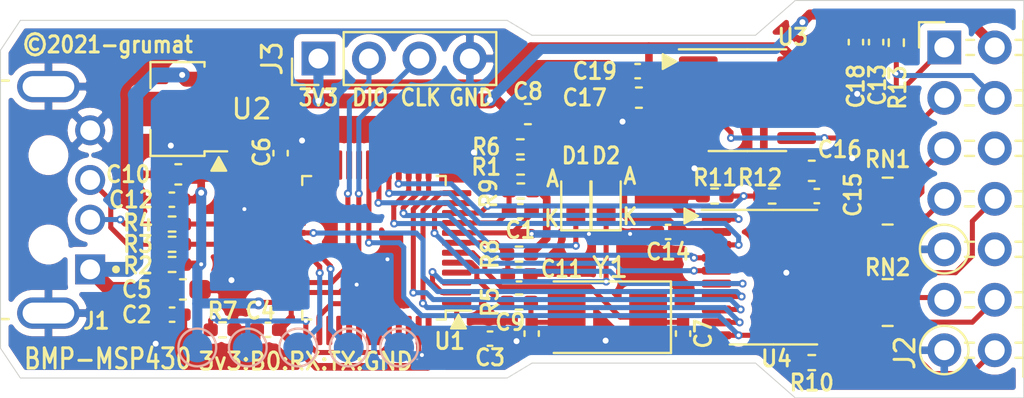
<source format=kicad_pcb>
(kicad_pcb (version 20171130) (host pcbnew "(5.1.10)-1")
  (layers (0 F.Cu signal hide) (31 B.Cu signal hide) (35 F.Paste user) (37 F.SilkS user) (38 B.Mask user) (39 F.Mask user hide) (44 Edge.Cuts user))
  (net 0 "")
  (net 1 GND)
  (net 2 +5V)
  (net 3 +3V3)
  (net 4 +3.3VA)
  (net 5 GNDA)
  (net 6 /OSC_OUT)
  (net 7 /NRST)
  (net 8 /VCC_TOOL)
  (net 9 "Net-(D1-Pad2)")
  (net 10 /LED_GREEN)
  (net 11 "Net-(D2-Pad2)")
  (net 12 /LED_RED)
  (net 13 /TRXD)
  (net 14 /TTXD)
  (net 15 /TRST)
  (net 16 "Net-(J2-Pad10)")
  (net 17 /TTEST)
  (net 18 /TTCK)
  (net 19 "Net-(J2-Pad6)")
  (net 20 /TTMS)
  (net 21 /TVCC)
  (net 22 /TTDI)
  (net 23 /TTDO)
  (net 24 /BOOT0)
  (net 25 /ISP_TX)
  (net 26 /ISP_RX)
  (net 27 /USBP)
  (net 28 /USBM)
  (net 29 /VREF2)
  (net 30 /OSC_IN)
  (net 31 /JRST)
  (net 32 /JENA)
  (net 33 /JTDI)
  (net 34 /JTDO)
  (net 35 /JTCK)
  (net 36 /JTMS)
  (net 37 /JRXD)
  (net 38 /JTXD)
  (net 39 /JTEST)
  (net 40 /HUSBP)
  (net 41 /HUSBM)
  (net 42 /SWCLK)
  (net 43 /SWDIO)
  (net 44 "Net-(C9-Pad1)")
  (net 45 "Net-(U1-Pad46)")
  (net 46 "Net-(U1-Pad45)")
  (net 47 "Net-(U1-Pad43)")
  (net 48 "Net-(U1-Pad42)")
  (net 49 "Net-(U1-Pad41)")
  (net 50 "Net-(U1-Pad40)")
  (net 51 "Net-(U1-Pad39)")
  (net 52 "Net-(U1-Pad38)")
  (net 53 "Net-(U1-Pad28)")
  (net 54 "Net-(U1-Pad27)")
  (net 55 "Net-(U1-Pad26)")
  (net 56 "Net-(U1-Pad25)")
  (net 57 "Net-(U1-Pad22)")
  (net 58 "Net-(U1-Pad21)")
  (net 59 "Net-(U1-Pad20)")
  (net 60 "Net-(U1-Pad4)")
  (net 61 "Net-(U1-Pad3)")
  (net 62 "Net-(RN1-Pad4)")
  (net 63 "Net-(RN1-Pad2)")
  (net 64 "Net-(RN1-Pad3)")
  (net 65 "Net-(RN1-Pad1)")
  (net 66 "Net-(RN2-Pad4)")
  (net 67 "Net-(RN2-Pad2)")
  (net 68 "Net-(RN2-Pad3)")
  (net 69 "Net-(RN2-Pad1)")
  (module Resistor_SMD:R_Array_Convex_4x0402 (layer F.Cu) (at 108.15 66)
    (fp_text reference RN2 (at 0 -1.7634) (layer F.SilkS) (effects (font (size 0.8128 0.762))))
    (fp_text value 33)
    (pad 5 smd rect (at 0.5 0.75) (size 0.5 0.4) (layers F.Cu F.Paste F.Mask) (net 13 /TRXD))
    (pad 6 smd rect (at 0.5 0.25) (size 0.5 0.3) (layers F.Cu F.Paste F.Mask) (net 14 /TTXD))
    (pad 8 smd rect (at 0.5 -0.75) (size 0.5 0.4) (layers F.Cu F.Paste F.Mask) (net 17 /TTEST))
    (pad 7 smd rect (at 0.5 -0.25) (size 0.5 0.3) (layers F.Cu F.Paste F.Mask) (net 15 /TRST))
    (pad 4 smd rect (at -0.5 0.75) (size 0.5 0.4) (layers F.Cu F.Paste F.Mask) (net 66 "Net-(RN2-Pad4)"))
    (pad 2 smd rect (at -0.5 -0.25) (size 0.5 0.3) (layers F.Cu F.Paste F.Mask) (net 67 "Net-(RN2-Pad2)"))
    (pad 3 smd rect (at -0.5 0.25) (size 0.5 0.3) (layers F.Cu F.Paste F.Mask) (net 68 "Net-(RN2-Pad3)"))
    (pad 1 smd rect (at -0.5 -0.75) (size 0.5 0.4) (layers F.Cu F.Paste F.Mask) (net 69 "Net-(RN2-Pad1)"))
  )
  (module Resistor_SMD:R_Array_Convex_4x0402 (layer F.Cu) (at 108.15 60.8965)
    (fp_text reference RN1 (at 0 -2.1) (layer F.SilkS) (effects (font (size 0.8128 0.762))))
    (fp_text value 33)
    (pad 5 smd rect (at 0.5 0.75) (size 0.5 0.4) (layers F.Cu F.Paste F.Mask) (net 18 /TTCK))
    (pad 6 smd rect (at 0.5 0.25) (size 0.5 0.3) (layers F.Cu F.Paste F.Mask) (net 20 /TTMS))
    (pad 8 smd rect (at 0.5 -0.75) (size 0.5 0.4) (layers F.Cu F.Paste F.Mask) (net 23 /TTDO))
    (pad 7 smd rect (at 0.5 -0.25) (size 0.5 0.3) (layers F.Cu F.Paste F.Mask) (net 22 /TTDI))
    (pad 4 smd rect (at -0.5 0.75) (size 0.5 0.4) (layers F.Cu F.Paste F.Mask) (net 62 "Net-(RN1-Pad4)"))
    (pad 2 smd rect (at -0.5 -0.25) (size 0.5 0.3) (layers F.Cu F.Paste F.Mask) (net 63 "Net-(RN1-Pad2)"))
    (pad 3 smd rect (at -0.5 0.25) (size 0.5 0.3) (layers F.Cu F.Paste F.Mask) (net 64 "Net-(RN1-Pad3)"))
    (pad 1 smd rect (at -0.5 -0.75) (size 0.5 0.4) (layers F.Cu F.Paste F.Mask) (net 65 "Net-(RN1-Pad1)"))
  )
  (module Package_TO_SOT_SMD:SOT-89-3 (layer F.Cu) (at 72.7075 56.261 180)
    (fp_text reference U2 (at -3.429 0) (layer F.SilkS))
    (fp_text value LD1117AG-33-AB3-A-R)
    (pad 2 smd custom (at -1.5625 0 180) (size 1.475 0.9) (layers F.Cu F.Paste F.Mask) (net 3 +3V3) (options (clearance outline) (anchor rect)) (primitives (gr_poly (pts (xy 0.7375 -0.8665) (xy 3.8625 -0.8665) (xy 3.8625 0.8665) (xy 0.7375 0.8665)) (width 0))))
    (pad 3 smd rect (at -1.65 1.5 180) (size 1.3 0.9) (layers F.Cu F.Paste F.Mask) (net 2 +5V))
    (pad 1 smd rect (at -1.65 -1.5 180) (size 1.3 0.9) (layers F.Cu F.Paste F.Mask) (net 1 GND))
  )
  (module Resistor_SMD:R_0402_1005Metric_Pad0.72x0.64mm_HandSolder (layer F.Cu) (at 104.3305 69.0245 180)
    (fp_text reference R10 (at 0 -1.016) (layer F.SilkS) (effects (font (size 0.8128 0.762))))
    (fp_text value 47K)
    (pad 2 smd roundrect (at 0.5975 0 180) (size 0.715 0.64) (layers F.Cu F.Paste F.Mask) (net 32 /JENA))
    (pad 1 smd roundrect (at -0.5975 0 180) (size 0.715 0.64) (layers F.Cu F.Paste F.Mask) (net 1 GND))
  )
  (module Crystal:Crystal_SMD_Abracon_ABM3-2Pin_5.0x3.2mm (layer F.Cu) (at 94.0435 66.7385 180)
    (fp_text reference Y1 (at -0.1397 2.5019) (layer F.SilkS))
    (fp_text value 8MHz)
    (pad 2 smd rect (at 2.05 0 180) (size 1.9 2.4) (layers F.Cu F.Paste F.Mask) (net 44 "Net-(C9-Pad1)"))
    (pad 1 smd rect (at -2.05 0 180) (size 1.9 2.4) (layers F.Cu F.Paste F.Mask) (net 6 /OSC_OUT))
  )
  (module NetTie:NetTie-2_SMD_Pad0.5mm (layer F.Cu) (at 89.7255 62.5475 180)
    (fp_text reference NT1 hide)
    (fp_text value GND-GNDA)
    (fp_poly (pts (xy -0.5 -0.25) (xy 0.5 -0.25) (xy 0.5 0.25) (xy -0.5 0.25)) (layer F.Cu) (width 0))
    (pad 2 smd circle (at 0.5 0 180) (size 0.5 0.5) (layers F.Cu) (net 5 GNDA))
    (pad 1 smd circle (at -0.5 0 180) (size 0.5 0.5) (layers F.Cu) (net 1 GND))
  )
  (module Connector_PinHeader_2.54mm:PinHeader_2x07_P2.54mm_Horizontal (layer F.Cu) (at 111 53.1622)
    (fp_text reference J2 (at -1.9832 15.367 90) (layer F.SilkS))
    (fp_text value JTAG)
    (pad 14 thru_hole oval (at 2.54 15.24) (size 1.7 1.7) (drill 1) (layers *.Cu *.Mask) (net 13 /TRXD))
    (pad 13 thru_hole oval (at 0 15.24) (size 1.7 1.7) (drill 1) (layers *.Cu *.Mask) (net 1 GND))
    (pad 12 thru_hole oval (at 2.54 12.7) (size 1.7 1.7) (drill 1) (layers *.Cu *.Mask) (net 14 /TTXD))
    (pad 11 thru_hole oval (at 0 12.7) (size 1.7 1.7) (drill 1) (layers *.Cu *.Mask) (net 15 /TRST))
    (pad 10 thru_hole oval (at 2.54 10.16) (size 1.7 1.7) (drill 1) (layers *.Cu *.Mask) (net 16 "Net-(J2-Pad10)"))
    (pad 9 thru_hole oval (at 0 10.16) (size 1.7 1.7) (drill 1) (layers *.Cu *.Mask) (net 1 GND))
    (pad 8 thru_hole oval (at 2.54 7.62) (size 1.7 1.7) (drill 1) (layers *.Cu *.Mask) (net 17 /TTEST))
    (pad 7 thru_hole oval (at 0 7.62) (size 1.7 1.7) (drill 1) (layers *.Cu *.Mask) (net 18 /TTCK))
    (pad 6 thru_hole oval (at 2.54 5.08) (size 1.7 1.7) (drill 1) (layers *.Cu *.Mask) (net 19 "Net-(J2-Pad6)"))
    (pad 5 thru_hole oval (at 0 5.08) (size 1.7 1.7) (drill 1) (layers *.Cu *.Mask) (net 20 /TTMS))
    (pad 4 thru_hole oval (at 2.54 2.54) (size 1.7 1.7) (drill 1) (layers *.Cu *.Mask) (net 21 /TVCC))
    (pad 3 thru_hole oval (at 0 2.54) (size 1.7 1.7) (drill 1) (layers *.Cu *.Mask) (net 22 /TTDI))
    (pad 2 thru_hole oval (at 2.54 0) (size 1.7 1.7) (drill 1) (layers *.Cu *.Mask) (net 3 +3V3))
    (pad 1 thru_hole rect (at 0 0) (size 1.7 1.7) (drill 1) (layers *.Cu *.Mask) (net 23 /TTDO))
  )
  (module Package_SO:TSSOP-20_4.4x6.5mm_P0.65mm (layer F.Cu) (at 102.4 64.725)
    (fp_text reference U4 (at 0.15 4.1) (layer F.SilkS) (effects (font (size 0.8128 0.762))))
    (fp_text value TXS0108EPWR)
    (pad 20 smd roundrect (at 2.8625 -2.925) (size 1.475 0.4) (layers F.Cu F.Paste F.Mask) (net 65 "Net-(RN1-Pad1)"))
    (pad 19 smd roundrect (at 2.8625 -2.275) (size 1.475 0.4) (layers F.Cu F.Paste F.Mask) (net 8 /VCC_TOOL))
    (pad 18 smd roundrect (at 2.8625 -1.625) (size 1.475 0.4) (layers F.Cu F.Paste F.Mask) (net 63 "Net-(RN1-Pad2)"))
    (pad 17 smd roundrect (at 2.8625 -0.975) (size 1.475 0.4) (layers F.Cu F.Paste F.Mask) (net 64 "Net-(RN1-Pad3)"))
    (pad 16 smd roundrect (at 2.8625 -0.325) (size 1.475 0.4) (layers F.Cu F.Paste F.Mask) (net 62 "Net-(RN1-Pad4)"))
    (pad 15 smd roundrect (at 2.8625 0.325) (size 1.475 0.4) (layers F.Cu F.Paste F.Mask) (net 69 "Net-(RN2-Pad1)"))
    (pad 14 smd roundrect (at 2.8625 0.975) (size 1.475 0.4) (layers F.Cu F.Paste F.Mask) (net 67 "Net-(RN2-Pad2)"))
    (pad 13 smd roundrect (at 2.8625 1.625) (size 1.475 0.4) (layers F.Cu F.Paste F.Mask) (net 68 "Net-(RN2-Pad3)"))
    (pad 12 smd roundrect (at 2.8625 2.275) (size 1.475 0.4) (layers F.Cu F.Paste F.Mask) (net 66 "Net-(RN2-Pad4)"))
    (pad 11 smd roundrect (at 2.8625 2.925) (size 1.475 0.4) (layers F.Cu F.Paste F.Mask) (net 1 GND))
    (pad 10 smd roundrect (at -2.8625 2.925) (size 1.475 0.4) (layers F.Cu F.Paste F.Mask) (net 32 /JENA))
    (pad 9 smd roundrect (at -2.8625 2.275) (size 1.475 0.4) (layers F.Cu F.Paste F.Mask) (net 38 /JTXD))
    (pad 8 smd roundrect (at -2.8625 1.625) (size 1.475 0.4) (layers F.Cu F.Paste F.Mask) (net 37 /JRXD))
    (pad 7 smd roundrect (at -2.8625 0.975) (size 1.475 0.4) (layers F.Cu F.Paste F.Mask) (net 31 /JRST))
    (pad 6 smd roundrect (at -2.8625 0.325) (size 1.475 0.4) (layers F.Cu F.Paste F.Mask) (net 39 /JTEST))
    (pad 5 smd roundrect (at -2.8625 -0.325) (size 1.475 0.4) (layers F.Cu F.Paste F.Mask) (net 35 /JTCK))
    (pad 4 smd roundrect (at -2.8625 -0.975) (size 1.475 0.4) (layers F.Cu F.Paste F.Mask) (net 36 /JTMS))
    (pad 3 smd roundrect (at -2.8625 -1.625) (size 1.475 0.4) (layers F.Cu F.Paste F.Mask) (net 33 /JTDI))
    (pad 2 smd roundrect (at -2.8625 -2.275) (size 1.475 0.4) (layers F.Cu F.Paste F.Mask) (net 3 +3V3))
    (pad 1 smd roundrect (at -2.8625 -2.925) (size 1.475 0.4) (layers F.Cu F.Paste F.Mask) (net 34 /JTDO))
  )
  (module TestPoint:TestPoint_Pad_D1.5mm (layer B.Cu) (at 83.566 68.2625)
    (fp_text reference TP5 hide)
    (fp_text value GND)
    (pad 1 smd circle (at 0 0) (size 1.5 1.5) (layers B.Cu B.Mask) (net 1 GND))
  )
  (module TestPoint:TestPoint_Pad_D1.5mm (layer B.Cu) (at 81.026 68.2625)
    (fp_text reference TP4 hide)
    (fp_text value ISP_TX)
    (pad 1 smd circle (at 0 0) (size 1.5 1.5) (layers B.Cu B.Mask) (net 25 /ISP_TX))
  )
  (module TestPoint:TestPoint_Pad_D1.5mm (layer B.Cu) (at 78.486 68.2625)
    (fp_text reference TP3 hide)
    (fp_text value ISP_RX)
    (pad 1 smd circle (at 0 0) (size 1.5 1.5) (layers B.Cu B.Mask) (net 26 /ISP_RX))
  )
  (module TestPoint:TestPoint_Pad_D1.5mm (layer B.Cu) (at 75.946 68.2625)
    (fp_text reference TP2 hide)
    (fp_text value BOOT0)
    (pad 1 smd circle (at 0 0) (size 1.5 1.5) (layers B.Cu B.Mask) (net 24 /BOOT0))
  )
  (module TestPoint:TestPoint_Pad_D1.5mm (layer B.Cu) (at 73.406 68.2625)
    (fp_text reference TP1 hide)
    (fp_text value 3v3)
    (pad 1 smd circle (at 0 0) (size 1.5 1.5) (layers B.Cu B.Mask) (net 3 +3V3))
  )
  (module Connector_PinHeader_2.54mm:PinHeader_1x04_P2.54mm_Vertical (layer F.Cu) (at 79.502 53.721 90)
    (fp_text reference J3 (at 0 -2.33 90) (layer F.SilkS))
    (fp_text value SWD)
    (pad 4 thru_hole oval (at 0 7.62 90) (size 1.7 1.7) (drill 1) (layers *.Cu *.Mask) (net 1 GND))
    (pad 3 thru_hole oval (at 0 5.08 90) (size 1.7 1.7) (drill 1) (layers *.Cu *.Mask) (net 42 /SWCLK))
    (pad 2 thru_hole oval (at 0 2.54 90) (size 1.7 1.7) (drill 1) (layers *.Cu *.Mask) (net 43 /SWDIO))
    (pad 1 thru_hole rect (at 0 0 90) (size 1.7 1.7) (drill 1) (layers *.Cu *.Mask) (net 3 +3V3))
  )
  (module Capacitor_SMD:C_0402_1005Metric_Pad0.74x0.62mm_HandSolder (layer F.Cu) (at 107.569 52.8955 270)
    (fp_text reference C13 (at 2.159 -0.0635 90) (layer F.SilkS) (effects (font (size 0.8128 0.7112))))
    (fp_text value 100nF)
    (pad 2 smd roundrect (at 0.5675 0 270) (size 0.735 0.62) (layers F.Cu F.Paste F.Mask) (net 1 GND))
    (pad 1 smd roundrect (at -0.5675 0 270) (size 0.735 0.62) (layers F.Cu F.Paste F.Mask) (net 21 /TVCC))
  )
  (module Resistor_SMD:R_0402_1005Metric_Pad0.72x0.64mm_HandSolder (layer F.Cu) (at 89.5985 63.5635)
    (fp_text reference R8 (at -1.4605 0 90) (layer F.SilkS) (effects (font (size 0.8128 0.762))))
    (fp_text value 100K)
    (pad 2 smd roundrect (at 0.5975 0) (size 0.715 0.64) (layers F.Cu F.Paste F.Mask) (net 3 +3V3))
    (pad 1 smd roundrect (at -0.5975 0) (size 0.715 0.64) (layers F.Cu F.Paste F.Mask) (net 7 /NRST))
  )
  (module Resistor_SMD:R_0402_1005Metric_Pad0.72x0.64mm_HandSolder (layer F.Cu) (at 89.662 58.166 180)
    (fp_text reference R6 (at 1.7145 0 180) (layer F.SilkS) (effects (font (size 0.8128 0.7112))))
    (fp_text value 1K)
    (pad 2 smd roundrect (at 0.5975 0 180) (size 0.715 0.64) (layers F.Cu F.Paste F.Mask) (net 3 +3V3))
    (pad 1 smd roundrect (at -0.5975 0 180) (size 0.715 0.64) (layers F.Cu F.Paste F.Mask) (net 11 "Net-(D2-Pad2)"))
  )
  (module Resistor_SMD:R_0402_1005Metric_Pad0.72x0.64mm_HandSolder (layer F.Cu) (at 102.336 60.6425 180)
    (fp_text reference R12 (at 0.609 0.9271) (layer F.SilkS) (effects (font (size 0.8128 0.762))))
    (fp_text value 4k7)
    (pad 2 smd roundrect (at 0.5975 0 180) (size 0.715 0.64) (layers F.Cu F.Paste F.Mask) (net 29 /VREF2))
    (pad 1 smd roundrect (at -0.5975 0 180) (size 0.715 0.64) (layers F.Cu F.Paste F.Mask) (net 8 /VCC_TOOL))
  )
  (module Resistor_SMD:R_0402_1005Metric_Pad0.72x0.64mm_HandSolder (layer F.Cu) (at 108.585 52.9215 90)
    (fp_text reference R13 (at -2.26 0.0635 90) (layer F.SilkS) (effects (font (size 0.8128 0.762))))
    (fp_text value 47K)
    (pad 2 smd roundrect (at 0.5975 0 90) (size 0.715 0.64) (layers F.Cu F.Paste F.Mask) (net 3 +3V3))
    (pad 1 smd roundrect (at -0.5975 0 90) (size 0.715 0.64) (layers F.Cu F.Paste F.Mask) (net 21 /TVCC))
  )
  (module Resistor_SMD:R_0402_1005Metric_Pad0.72x0.64mm_HandSolder (layer F.Cu) (at 74.676 67.3735 180)
    (fp_text reference R7 (at 0 0.9525) (layer F.SilkS) (effects (font (size 0.8128 0.762))))
    (fp_text value 100K hide)
    (pad 2 smd roundrect (at 0.5975 0 180) (size 0.715 0.64) (layers F.Cu F.Paste F.Mask) (net 24 /BOOT0))
    (pad 1 smd roundrect (at -0.5975 0 180) (size 0.715 0.64) (layers F.Cu F.Paste F.Mask) (net 1 GND))
  )
  (module Resistor_SMD:R_0402_1005Metric_Pad0.72x0.64mm_HandSolder (layer F.Cu) (at 89.5985 65.9765 180)
    (fp_text reference R5 (at 1.4605 0 90) (layer F.SilkS) (effects (font (size 0.8128 0.762))))
    (fp_text value 2k)
    (pad 2 smd roundrect (at 0.5975 0 180) (size 0.715 0.64) (layers F.Cu F.Paste F.Mask) (net 30 /OSC_IN))
    (pad 1 smd roundrect (at -0.5975 0 180) (size 0.715 0.64) (layers F.Cu F.Paste F.Mask) (net 44 "Net-(C9-Pad1)"))
  )
  (module Resistor_SMD:R_0402_1005Metric_Pad0.72x0.64mm_HandSolder (layer F.Cu) (at 99.441 60.6425 180)
    (fp_text reference R11 (at -0.0254 0.9271) (layer F.SilkS) (effects (font (size 0.8128 0.762))))
    (fp_text value 4k7)
    (pad 2 smd roundrect (at 0.5975 0 180) (size 0.715 0.64) (layers F.Cu F.Paste F.Mask) (net 1 GND))
    (pad 1 smd roundrect (at -0.5975 0 180) (size 0.715 0.64) (layers F.Cu F.Paste F.Mask) (net 29 /VREF2))
  )
  (module Resistor_SMD:R_0402_1005Metric_Pad0.72x0.64mm_HandSolder (layer F.Cu) (at 89.6741 59.182 180)
    (fp_text reference R1 (at 1.7266 0 180) (layer F.SilkS) (effects (font (size 0.8128 0.762))))
    (fp_text value 1K)
    (pad 2 smd roundrect (at 0.5975 0 180) (size 0.715 0.64) (layers F.Cu F.Paste F.Mask) (net 3 +3V3))
    (pad 1 smd roundrect (at -0.5975 0 180) (size 0.715 0.64) (layers F.Cu F.Paste F.Mask) (net 9 "Net-(D1-Pad2)"))
  )
  (module Resistor_SMD:R_0402_1005Metric_Pad0.72x0.64mm_HandSolder (layer F.Cu) (at 89.688 60.3885 180)
    (fp_text reference R9 (at 1.6262 -0.127 90) (layer F.SilkS) (effects (font (size 0.8128 0.762))))
    (fp_text value 100)
    (pad 2 smd roundrect (at 0.5975 0 180) (size 0.715 0.64) (layers F.Cu F.Paste F.Mask) (net 4 +3.3VA))
    (pad 1 smd roundrect (at -0.5975 0 180) (size 0.715 0.64) (layers F.Cu F.Paste F.Mask) (net 3 +3V3))
  )
  (module Resistor_SMD:R_0402_1005Metric_Pad0.72x0.64mm_HandSolder (layer F.Cu) (at 72.136 62.0514 180)
    (fp_text reference R4 (at 1.7145 0.0635) (layer F.SilkS) (effects (font (size 0.8128 0.762))))
    (fp_text value 22)
    (pad 2 smd roundrect (at 0.5975 0 180) (size 0.715 0.64) (layers F.Cu F.Paste F.Mask) (net 41 /HUSBM))
    (pad 1 smd roundrect (at -0.5975 0 180) (size 0.715 0.64) (layers F.Cu F.Paste F.Mask) (net 28 /USBM))
  )
  (module Resistor_SMD:R_0402_1005Metric_Pad0.72x0.64mm_HandSolder (layer F.Cu) (at 72.136 63.0674 180)
    (fp_text reference R3 (at 1.7145 0) (layer F.SilkS) (effects (font (size 0.8128 0.762))))
    (fp_text value 22)
    (pad 2 smd roundrect (at 0.5975 0 180) (size 0.715 0.64) (layers F.Cu F.Paste F.Mask) (net 40 /HUSBP))
    (pad 1 smd roundrect (at -0.5975 0 180) (size 0.715 0.64) (layers F.Cu F.Paste F.Mask) (net 27 /USBP))
  )
  (module Resistor_SMD:R_0402_1005Metric_Pad0.72x0.64mm_HandSolder (layer F.Cu) (at 72.136 64.0834)
    (fp_text reference R2 (at -1.7145 0.0635) (layer F.SilkS) (effects (font (size 0.8128 0.762))))
    (fp_text value 1K5)
    (pad 2 smd roundrect (at 0.5975 0) (size 0.715 0.64) (layers F.Cu F.Paste F.Mask) (net 3 +3V3))
    (pad 1 smd roundrect (at -0.5975 0) (size 0.715 0.64) (layers F.Cu F.Paste F.Mask) (net 40 /HUSBP))
  )
  (module Capacitor_SMD:C_0402_1005Metric_Pad0.74x0.62mm_HandSolder (layer F.Cu) (at 95.5675 54.356)
    (fp_text reference C19 (at -2.159 0) (layer F.SilkS) (effects (font (size 0.8128 0.762))))
    (fp_text value 100nF)
    (pad 2 smd roundrect (at 0.5675 0) (size 0.735 0.62) (layers F.Cu F.Paste F.Mask) (net 2 +5V))
    (pad 1 smd roundrect (at -0.5675 0) (size 0.735 0.62) (layers F.Cu F.Paste F.Mask) (net 1 GND))
  )
  (module Capacitor_SMD:C_0402_1005Metric_Pad0.74x0.62mm_HandSolder (layer F.Cu) (at 106.553 52.8955 270)
    (fp_text reference C18 (at 2.2225 0 90) (layer F.SilkS) (effects (font (size 0.8128 0.762))))
    (fp_text value 100nF)
    (pad 2 smd roundrect (at 0.5675 0 270) (size 0.735 0.62) (layers F.Cu F.Paste F.Mask) (net 1 GND))
    (pad 1 smd roundrect (at -0.5675 0 270) (size 0.735 0.62) (layers F.Cu F.Paste F.Mask) (net 3 +3V3))
  )
  (module Capacitor_SMD:C_0603_1608Metric_Pad1.08x0.95mm_HandSolder (layer F.Cu) (at 95.631 55.6895 180)
    (fp_text reference C17 (at 2.7305 0 180) (layer F.SilkS) (effects (font (size 0.8128 0.762))))
    (fp_text value 22uF)
    (pad 2 smd roundrect (at 0.8625 0 180) (size 1.075 0.95) (layers F.Cu F.Paste F.Mask) (net 1 GND))
    (pad 1 smd roundrect (at -0.8625 0 180) (size 1.075 0.95) (layers F.Cu F.Paste F.Mask) (net 2 +5V))
  )
  (module Capacitor_SMD:C_0603_1608Metric_Pad1.08x0.95mm_HandSolder (layer F.Cu) (at 104.3305 59.3725)
    (fp_text reference C16 (at 1.4097 -1.0795) (layer F.SilkS) (effects (font (size 0.8128 0.762))))
    (fp_text value 22uF)
    (pad 2 smd roundrect (at 0.8625 0) (size 1.075 0.95) (layers F.Cu F.Paste F.Mask) (net 1 GND))
    (pad 1 smd roundrect (at -0.8625 0) (size 1.075 0.95) (layers F.Cu F.Paste F.Mask) (net 8 /VCC_TOOL))
  )
  (module Capacitor_SMD:C_0402_1005Metric_Pad0.74x0.62mm_HandSolder (layer F.Cu) (at 104.5845 60.6425)
    (fp_text reference C15 (at 1.8161 -0.0635 90) (layer F.SilkS) (effects (font (size 0.8128 0.762))))
    (fp_text value 100nF)
    (pad 2 smd roundrect (at 0.5675 0) (size 0.735 0.62) (layers F.Cu F.Paste F.Mask) (net 1 GND))
    (pad 1 smd roundrect (at -0.5675 0) (size 0.735 0.62) (layers F.Cu F.Paste F.Mask) (net 8 /VCC_TOOL))
  )
  (module Capacitor_SMD:C_0402_1005Metric_Pad0.74x0.62mm_HandSolder (layer F.Cu) (at 97.1 62.45 180)
    (fp_text reference C14 (at -0.0042 -0.9992) (layer F.SilkS) (effects (font (size 0.8128 0.762))))
    (fp_text value 100nF)
    (pad 2 smd roundrect (at 0.5675 0 180) (size 0.735 0.62) (layers F.Cu F.Paste F.Mask) (net 1 GND))
    (pad 1 smd roundrect (at -0.5675 0 180) (size 0.735 0.62) (layers F.Cu F.Paste F.Mask) (net 3 +3V3))
  )
  (module Capacitor_SMD:C_0402_1005Metric_Pad0.74x0.62mm_HandSolder (layer F.Cu) (at 89.5985 64.5795)
    (fp_text reference C11 (at 2.1463 -0.2667) (layer F.SilkS) (effects (font (size 0.8128 0.7112))))
    (fp_text value 100nF)
    (pad 2 smd roundrect (at 0.5675 0) (size 0.735 0.62) (layers F.Cu F.Paste F.Mask) (net 1 GND))
    (pad 1 smd roundrect (at -0.5675 0) (size 0.735 0.62) (layers F.Cu F.Paste F.Mask) (net 7 /NRST))
  )
  (module Capacitor_SMD:C_0402_1005Metric_Pad0.74x0.62mm_HandSolder (layer F.Cu) (at 90.2335 67.564 270)
    (fp_text reference C9 (at -0.5715 1.0795) (layer F.SilkS) (effects (font (size 0.8128 0.762))))
    (fp_text value 20pF)
    (pad 2 smd roundrect (at 0.5675 0 270) (size 0.735 0.62) (layers F.Cu F.Paste F.Mask) (net 1 GND))
    (pad 1 smd roundrect (at -0.5675 0 270) (size 0.735 0.62) (layers F.Cu F.Paste F.Mask) (net 44 "Net-(C9-Pad1)"))
  )
  (module Capacitor_SMD:C_0402_1005Metric_Pad0.74x0.62mm_HandSolder (layer F.Cu) (at 97.8535 67.564 270)
    (fp_text reference C7 (at 0 -1.016 90) (layer F.SilkS) (effects (font (size 0.8128 0.762))))
    (fp_text value 20pF)
    (pad 2 smd roundrect (at 0.5675 0 270) (size 0.735 0.62) (layers F.Cu F.Paste F.Mask) (net 1 GND))
    (pad 1 smd roundrect (at -0.5675 0 270) (size 0.735 0.62) (layers F.Cu F.Paste F.Mask) (net 6 /OSC_OUT))
  )
  (module Capacitor_SMD:C_0603_1608Metric_Pad1.08x0.95mm_HandSolder (layer F.Cu) (at 90.043 56.515)
    (fp_text reference C8 (at 0 -1.143 180) (layer F.SilkS) (effects (font (size 0.8128 0.762))))
    (fp_text value 22uF)
    (pad 2 smd roundrect (at 0.8625 0) (size 1.075 0.95) (layers F.Cu F.Paste F.Mask) (net 1 GND))
    (pad 1 smd roundrect (at -0.8625 0) (size 1.075 0.95) (layers F.Cu F.Paste F.Mask) (net 3 +3V3))
  )
  (module Capacitor_SMD:C_0402_1005Metric_Pad0.74x0.62mm_HandSolder (layer F.Cu) (at 77.597 58.4835 90)
    (fp_text reference C6 (at 0.0595 -0.9525 90) (layer F.SilkS) (effects (font (size 0.8128 0.762))))
    (fp_text value 100nF)
    (pad 2 smd roundrect (at 0.5675 0 90) (size 0.735 0.62) (layers F.Cu F.Paste F.Mask) (net 1 GND))
    (pad 1 smd roundrect (at -0.5675 0 90) (size 0.735 0.62) (layers F.Cu F.Paste F.Mask) (net 3 +3V3))
  )
  (module Capacitor_SMD:C_0402_1005Metric_Pad0.74x0.62mm_HandSolder (layer F.Cu) (at 76.962 67.3735 180)
    (fp_text reference C4 (at 0.381 0.9525) (layer F.SilkS) (effects (font (size 0.8128 0.762))))
    (fp_text value 100nF)
    (pad 2 smd roundrect (at 0.5675 0 180) (size 0.735 0.62) (layers F.Cu F.Paste F.Mask) (net 1 GND))
    (pad 1 smd roundrect (at -0.5675 0 180) (size 0.735 0.62) (layers F.Cu F.Paste F.Mask) (net 3 +3V3))
  )
  (module Capacitor_SMD:C_0402_1005Metric_Pad0.74x0.62mm_HandSolder (layer F.Cu) (at 88.138 67.818)
    (fp_text reference C3 (at 0 0.9525 180) (layer F.SilkS) (effects (font (size 0.8128 0.762))))
    (fp_text value 100nF)
    (pad 2 smd roundrect (at 0.5675 0) (size 0.735 0.62) (layers F.Cu F.Paste F.Mask) (net 1 GND))
    (pad 1 smd roundrect (at -0.5675 0) (size 0.735 0.62) (layers F.Cu F.Paste F.Mask) (net 3 +3V3))
  )
  (module Capacitor_SMD:C_0402_1005Metric_Pad0.74x0.62mm_HandSolder (layer F.Cu) (at 89.662 61.4045 180)
    (fp_text reference C1 (at 0 -0.9525 180) (layer F.SilkS) (effects (font (size 0.8128 0.762))))
    (fp_text value 100nF)
    (pad 2 smd roundrect (at 0.5675 0 180) (size 0.735 0.62) (layers F.Cu F.Paste F.Mask) (net 4 +3.3VA))
    (pad 1 smd roundrect (at -0.5675 0 180) (size 0.735 0.62) (layers F.Cu F.Paste F.Mask) (net 5 GNDA))
  )
  (module Capacitor_SMD:C_0402_1005Metric_Pad0.74x0.62mm_HandSolder (layer F.Cu) (at 72.125 60.825 180)
    (fp_text reference C12 (at 2.05 0) (layer F.SilkS) (effects (font (size 0.8128 0.762))))
    (fp_text value 100nF)
    (pad 2 smd roundrect (at 0.5675 0 180) (size 0.735 0.62) (layers F.Cu F.Paste F.Mask) (net 1 GND))
    (pad 1 smd roundrect (at -0.5675 0 180) (size 0.735 0.62) (layers F.Cu F.Paste F.Mask) (net 3 +3V3))
  )
  (module Capacitor_SMD:C_0603_1608Metric_Pad1.08x0.95mm_HandSolder (layer F.Cu) (at 72.45 59.55 180)
    (fp_text reference C10 (at 2.525 0 180) (layer F.SilkS) (effects (font (size 0.8128 0.762))))
    (fp_text value 22uF)
    (pad 2 smd roundrect (at 0.8625 0 180) (size 1.075 0.95) (layers F.Cu F.Paste F.Mask) (net 1 GND))
    (pad 1 smd roundrect (at -0.8625 0 180) (size 1.075 0.95) (layers F.Cu F.Paste F.Mask) (net 3 +3V3))
  )
  (module Capacitor_SMD:C_0603_1608Metric_Pad1.08x0.95mm_HandSolder (layer F.Cu) (at 72.681 65.3415)
    (fp_text reference C5 (at -2.323 0) (layer F.SilkS) (effects (font (size 0.8128 0.762))))
    (fp_text value 10uF)
    (pad 2 smd roundrect (at 0.8625 0) (size 1.075 0.95) (layers F.Cu F.Paste F.Mask) (net 1 GND))
    (pad 1 smd roundrect (at -0.8625 0) (size 1.075 0.95) (layers F.Cu F.Paste F.Mask) (net 2 +5V))
  )
  (module Capacitor_SMD:C_0402_1005Metric_Pad0.74x0.62mm_HandSolder (layer F.Cu) (at 72.136 66.6115)
    (fp_text reference C2 (at -1.778 0) (layer F.SilkS) (effects (font (size 0.8128 0.762))))
    (fp_text value 100nF)
    (pad 2 smd roundrect (at 0.5675 0) (size 0.735 0.62) (layers F.Cu F.Paste F.Mask) (net 1 GND))
    (pad 1 smd roundrect (at -0.5675 0) (size 0.735 0.62) (layers F.Cu F.Paste F.Mask) (net 2 +5V))
  )
  (module LocalLib:MOLEX_48037-0001 (layer F.Cu) (at 65.913 60.833 270)
    (fp_text reference J1 (at 6.096 -2.413 180) (layer F.SilkS) (effects (font (size 0.8128 0.762) (thickness 0.1524))))
    (fp_text value 48037-0001)
    (pad S1 thru_hole oval (at 5.7 0 270) (size 1.575 3.15) (drill oval 1.05 2.6) (layers *.Cu *.Mask) (net 1 GND))
    (pad S2 thru_hole oval (at -5.7 0 270) (size 1.575 3.15) (drill oval 1.05 2.6) (layers *.Cu *.Mask) (net 1 GND))
    (pad None np_thru_hole circle (at -2.25 0 270) (size 1.25 1.25) (drill 1.25) (layers *.Cu *.Mask))
    (pad None np_thru_hole circle (at 2.25 0 270) (size 1.25 1.25) (drill 1.25) (layers *.Cu *.Mask))
    (pad 4 thru_hole circle (at -3.5 -2.1 270) (size 1.508 1.508) (drill 1) (layers *.Cu *.Mask) (net 1 GND))
    (pad 3 thru_hole circle (at -1 -2.1 270) (size 1.508 1.508) (drill 1) (layers *.Cu *.Mask) (net 40 /HUSBP))
    (pad 2 thru_hole circle (at 1 -2.1 270) (size 1.508 1.508) (drill 1) (layers *.Cu *.Mask) (net 41 /HUSBM))
    (pad 1 thru_hole rect (at 3.5 -2.1 270) (size 1.508 1.508) (drill 1) (layers *.Cu *.Mask) (net 2 +5V))
  )
  (module Package_SO:SOIC-8_3.9x4.9mm_P1.27mm (layer F.Cu) (at 101.092 55.8165)
    (fp_text reference U3 (at 2.286 -3.175) (layer F.SilkS) (effects (font (size 0.8128 0.762))))
    (fp_text value LM358DR2G)
    (pad 8 smd roundrect (at 2.475 -1.905) (size 1.95 0.6) (layers F.Cu F.Paste F.Mask) (net 2 +5V))
    (pad 7 smd roundrect (at 2.475 -0.635) (size 1.95 0.6) (layers F.Cu F.Paste F.Mask) (net 8 /VCC_TOOL))
    (pad 6 smd roundrect (at 2.475 0.635) (size 1.95 0.6) (layers F.Cu F.Paste F.Mask) (net 8 /VCC_TOOL))
    (pad 5 smd roundrect (at 2.475 1.905) (size 1.95 0.6) (layers F.Cu F.Paste F.Mask) (net 21 /TVCC))
    (pad 4 smd roundrect (at -2.475 1.905) (size 1.95 0.6) (layers F.Cu F.Paste F.Mask) (net 1 GND))
    (pad 3 smd roundrect (at -2.475 0.635) (size 1.95 0.6) (layers F.Cu F.Paste F.Mask) (net 21 /TVCC))
    (pad 2 smd roundrect (at -2.475 -0.635) (size 1.95 0.6) (layers F.Cu F.Paste F.Mask) (net 8 /VCC_TOOL))
    (pad 1 smd roundrect (at -2.475 -1.905) (size 1.95 0.6) (layers F.Cu F.Paste F.Mask) (net 8 /VCC_TOOL))
  )
  (module Package_QFP:LQFP-48_7x7mm_P0.5mm (layer F.Cu) (at 82.296 63.246 180)
    (fp_text reference U1 (at -3.81 -4.699) (layer F.SilkS) (effects (font (size 0.8128 0.762))))
    (fp_text value STM32F103CBT6)
    (pad 48 smd roundrect (at -2.75 -4.1625 180) (size 0.3 1.475) (layers F.Cu F.Paste F.Mask) (net 3 +3V3))
    (pad 47 smd roundrect (at -2.25 -4.1625 180) (size 0.3 1.475) (layers F.Cu F.Paste F.Mask) (net 1 GND))
    (pad 46 smd roundrect (at -1.75 -4.1625 180) (size 0.3 1.475) (layers F.Cu F.Paste F.Mask) (net 45 "Net-(U1-Pad46)"))
    (pad 45 smd roundrect (at -1.25 -4.1625 180) (size 0.3 1.475) (layers F.Cu F.Paste F.Mask) (net 46 "Net-(U1-Pad45)"))
    (pad 44 smd roundrect (at -0.75 -4.1625 180) (size 0.3 1.475) (layers F.Cu F.Paste F.Mask) (net 24 /BOOT0))
    (pad 43 smd roundrect (at -0.25 -4.1625 180) (size 0.3 1.475) (layers F.Cu F.Paste F.Mask) (net 47 "Net-(U1-Pad43)"))
    (pad 42 smd roundrect (at 0.25 -4.1625 180) (size 0.3 1.475) (layers F.Cu F.Paste F.Mask) (net 48 "Net-(U1-Pad42)"))
    (pad 41 smd roundrect (at 0.75 -4.1625 180) (size 0.3 1.475) (layers F.Cu F.Paste F.Mask) (net 49 "Net-(U1-Pad41)"))
    (pad 40 smd roundrect (at 1.25 -4.1625 180) (size 0.3 1.475) (layers F.Cu F.Paste F.Mask) (net 50 "Net-(U1-Pad40)"))
    (pad 39 smd roundrect (at 1.75 -4.1625 180) (size 0.3 1.475) (layers F.Cu F.Paste F.Mask) (net 51 "Net-(U1-Pad39)"))
    (pad 38 smd roundrect (at 2.25 -4.1625 180) (size 0.3 1.475) (layers F.Cu F.Paste F.Mask) (net 52 "Net-(U1-Pad38)"))
    (pad 37 smd roundrect (at 2.75 -4.1625 180) (size 0.3 1.475) (layers F.Cu F.Paste F.Mask) (net 42 /SWCLK))
    (pad 36 smd roundrect (at 4.1625 -2.75 180) (size 1.475 0.3) (layers F.Cu F.Paste F.Mask) (net 3 +3V3))
    (pad 35 smd roundrect (at 4.1625 -2.25 180) (size 1.475 0.3) (layers F.Cu F.Paste F.Mask) (net 1 GND))
    (pad 34 smd roundrect (at 4.1625 -1.75 180) (size 1.475 0.3) (layers F.Cu F.Paste F.Mask) (net 43 /SWDIO))
    (pad 33 smd roundrect (at 4.1625 -1.25 180) (size 1.475 0.3) (layers F.Cu F.Paste F.Mask) (net 27 /USBP))
    (pad 32 smd roundrect (at 4.1625 -0.75 180) (size 1.475 0.3) (layers F.Cu F.Paste F.Mask) (net 28 /USBM))
    (pad 31 smd roundrect (at 4.1625 -0.25 180) (size 1.475 0.3) (layers F.Cu F.Paste F.Mask) (net 26 /ISP_RX))
    (pad 30 smd roundrect (at 4.1625 0.25 180) (size 1.475 0.3) (layers F.Cu F.Paste F.Mask) (net 25 /ISP_TX))
    (pad 29 smd roundrect (at 4.1625 0.75 180) (size 1.475 0.3) (layers F.Cu F.Paste F.Mask) (net 31 /JRST))
    (pad 28 smd roundrect (at 4.1625 1.25 180) (size 1.475 0.3) (layers F.Cu F.Paste F.Mask) (net 53 "Net-(U1-Pad28)"))
    (pad 27 smd roundrect (at 4.1625 1.75 180) (size 1.475 0.3) (layers F.Cu F.Paste F.Mask) (net 54 "Net-(U1-Pad27)"))
    (pad 26 smd roundrect (at 4.1625 2.25 180) (size 1.475 0.3) (layers F.Cu F.Paste F.Mask) (net 55 "Net-(U1-Pad26)"))
    (pad 25 smd roundrect (at 4.1625 2.75 180) (size 1.475 0.3) (layers F.Cu F.Paste F.Mask) (net 56 "Net-(U1-Pad25)"))
    (pad 24 smd roundrect (at 2.75 4.1625 180) (size 0.3 1.475) (layers F.Cu F.Paste F.Mask) (net 3 +3V3))
    (pad 23 smd roundrect (at 2.25 4.1625 180) (size 0.3 1.475) (layers F.Cu F.Paste F.Mask) (net 1 GND))
    (pad 22 smd roundrect (at 1.75 4.1625 180) (size 0.3 1.475) (layers F.Cu F.Paste F.Mask) (net 57 "Net-(U1-Pad22)"))
    (pad 21 smd roundrect (at 1.25 4.1625 180) (size 0.3 1.475) (layers F.Cu F.Paste F.Mask) (net 58 "Net-(U1-Pad21)"))
    (pad 20 smd roundrect (at 0.75 4.1625 180) (size 0.3 1.475) (layers F.Cu F.Paste F.Mask) (net 59 "Net-(U1-Pad20)"))
    (pad 19 smd roundrect (at 0.25 4.1625 180) (size 0.3 1.475) (layers F.Cu F.Paste F.Mask) (net 32 /JENA))
    (pad 18 smd roundrect (at -0.25 4.1625 180) (size 0.3 1.475) (layers F.Cu F.Paste F.Mask) (net 10 /LED_GREEN))
    (pad 17 smd roundrect (at -0.75 4.1625 180) (size 0.3 1.475) (layers F.Cu F.Paste F.Mask) (net 33 /JTDI))
    (pad 16 smd roundrect (at -1.25 4.1625 180) (size 0.3 1.475) (layers F.Cu F.Paste F.Mask) (net 34 /JTDO))
    (pad 15 smd roundrect (at -1.75 4.1625 180) (size 0.3 1.475) (layers F.Cu F.Paste F.Mask) (net 35 /JTCK))
    (pad 14 smd roundrect (at -2.25 4.1625 180) (size 0.3 1.475) (layers F.Cu F.Paste F.Mask) (net 36 /JTMS))
    (pad 13 smd roundrect (at -2.75 4.1625 180) (size 0.3 1.475) (layers F.Cu F.Paste F.Mask) (net 37 /JRXD))
    (pad 12 smd roundrect (at -4.1625 2.75 180) (size 1.475 0.3) (layers F.Cu F.Paste F.Mask) (net 38 /JTXD))
    (pad 11 smd roundrect (at -4.1625 2.25 180) (size 1.475 0.3) (layers F.Cu F.Paste F.Mask) (net 39 /JTEST))
    (pad 10 smd roundrect (at -4.1625 1.75 180) (size 1.475 0.3) (layers F.Cu F.Paste F.Mask) (net 29 /VREF2))
    (pad 9 smd roundrect (at -4.1625 1.25 180) (size 1.475 0.3) (layers F.Cu F.Paste F.Mask) (net 4 +3.3VA))
    (pad 8 smd roundrect (at -4.1625 0.75 180) (size 1.475 0.3) (layers F.Cu F.Paste F.Mask) (net 5 GNDA))
    (pad 7 smd roundrect (at -4.1625 0.25 180) (size 1.475 0.3) (layers F.Cu F.Paste F.Mask) (net 7 /NRST))
    (pad 6 smd roundrect (at -4.1625 -0.25 180) (size 1.475 0.3) (layers F.Cu F.Paste F.Mask) (net 6 /OSC_OUT))
    (pad 5 smd roundrect (at -4.1625 -0.75 180) (size 1.475 0.3) (layers F.Cu F.Paste F.Mask) (net 30 /OSC_IN))
    (pad 4 smd roundrect (at -4.1625 -1.25 180) (size 1.475 0.3) (layers F.Cu F.Paste F.Mask) (net 60 "Net-(U1-Pad4)"))
    (pad 3 smd roundrect (at -4.1625 -1.75 180) (size 1.475 0.3) (layers F.Cu F.Paste F.Mask) (net 61 "Net-(U1-Pad3)"))
    (pad 2 smd roundrect (at -4.1625 -2.25 180) (size 1.475 0.3) (layers F.Cu F.Paste F.Mask) (net 12 /LED_RED))
    (pad 1 smd roundrect (at -4.1625 -2.75 180) (size 1.475 0.3) (layers F.Cu F.Paste F.Mask) (net 3 +3V3))
  )
  (module LED_SMD:LED_0603_1608Metric_Pad1.05x0.95mm_HandSolder (layer F.Cu) (at 93.98 60.706 90)
    (fp_text reference D2 (at 2.0955 0 180) (layer F.SilkS) (effects (font (size 0.8128 0.7112))))
    (fp_text value RED)
    (pad 2 smd roundrect (at 0.875 0 90) (size 1.05 0.95) (layers F.Cu F.Paste F.Mask) (net 11 "Net-(D2-Pad2)"))
    (pad 1 smd roundrect (at -0.875 0 90) (size 1.05 0.95) (layers F.Cu F.Paste F.Mask) (net 12 /LED_RED))
  )
  (module LED_SMD:LED_0603_1608Metric_Pad1.05x0.95mm_HandSolder (layer F.Cu) (at 92.456 60.706 90)
    (fp_text reference D1 (at 2.0955 0 180) (layer F.SilkS) (effects (font (size 0.8128 0.7112))))
    (fp_text value GREEN)
    (pad 2 smd roundrect (at 0.875 0 90) (size 1.05 0.95) (layers F.Cu F.Paste F.Mask) (net 9 "Net-(D1-Pad2)"))
    (pad 1 smd roundrect (at -0.875 0 90) (size 1.05 0.95) (layers F.Cu F.Paste F.Mask) (net 10 /LED_GREEN))
  )
  (gr_poly (pts (xy 74.4855 58.674) (xy 74.8665 59.3725) (xy 74.1045 59.3725)) (layer F.SilkS) (width 0.1))
  (gr_text 3v3:B0:RX:TX:GND (at 78.867 68.961) (layer F.SilkS) (effects (font (size 0.8636 0.8128))))
  (gr_circle (center 110.998 68.3895) (end 111.76 67.437) (layer F.SilkS) (width 0.12))
  (gr_circle (center 110.998 63.3095) (end 112.141 62.865) (layer F.SilkS) (width 0.12))
  (gr_text ©2021-grumat (at 68.8975 53.0225) (layer F.SilkS) (effects (font (size 0.8128 0.7112))))
  (gr_text BMP-MSP430 (at 68.8975 68.834) (layer F.SilkS) (effects (font (size 1.016 0.8128))))
  (gr_text GND (at 87.1855 55.6895) (layer F.SilkS) (effects (font (size 0.8128 0.7112))))
  (gr_text 3V3 (at 79.502 55.6895) (layer F.SilkS) (effects (font (size 0.8128 0.7112))))
  (gr_text DIO (at 82.1055 55.6895) (layer F.SilkS) (effects (font (size 0.8128 0.7112))))
  (gr_text CLK (at 84.6455 55.6895) (layer F.SilkS) (effects (font (size 0.8128 0.7112))))
  (gr_text K (at 95.1738 61.6712) (layer F.SilkS) (effects (font (size 0.8128 0.7112))))
  (gr_text K (at 91.2368 61.7728) (layer F.SilkS) (effects (font (size 0.8128 0.7112))))
  (gr_text A (at 91.2876 59.7662) (layer F.SilkS) (effects (font (size 0.8128 0.7112))))
  (gr_text A (at 95.1738 59.6392) (layer F.SilkS) (effects (font (size 0.8128 0.7112))))
  (gr_poly (pts (xy 97.5233 53.8734) (xy 96.8248 54.2544) (xy 96.8248 53.4924)) (layer F.SilkS) (width 0.1))
  (gr_poly (pts (xy 86.5505 66.6115) (xy 86.9315 67.31) (xy 86.1695 67.31)) (layer F.SilkS) (width 0.1))
  (gr_poly (pts (xy 98.6155 61.6458) (xy 97.917 62.0268) (xy 97.917 61.2648)) (layer F.SilkS) (width 0.1))
  (gr_line (start 89 69.8) (end 90.25 69.05) (layer Edge.Cuts) (width 0.05))
  (gr_line (start 89 51.8) (end 90.25 52.55) (layer Edge.Cuts) (width 0.05))
  (gr_line (start 101.5 52.55) (end 103.5 50.8) (layer Edge.Cuts) (width 0.05))
  (gr_line (start 90.25 52.55) (end 101.5 52.55) (layer Edge.Cuts) (width 0.05))
  (gr_line (start 101.5 69.05) (end 103.5 70.8) (layer Edge.Cuts) (width 0.05))
  (gr_line (start 90.25 69.05) (end 101.5 69.05) (layer Edge.Cuts) (width 0.05))
  (gr_line (start 64.5 51.8) (end 89 51.8) (layer Edge.Cuts) (width 0.05))
  (gr_line (start 63.5 53.3) (end 64.5 51.8) (layer Edge.Cuts) (width 0.05))
  (gr_line (start 64.5 69.8) (end 89 69.8) (layer Edge.Cuts) (width 0.05))
  (gr_line (start 63.5 68.3) (end 64.5 69.8) (layer Edge.Cuts) (width 0.05))
  (gr_line (start 63.5 68.3) (end 63.5 53.3) (layer Edge.Cuts) (width 0.05))
  (gr_line (start 115 70.8) (end 103.5 70.8) (layer Edge.Cuts) (width 0.05))
  (gr_line (start 115 50.8) (end 115 70.8) (layer Edge.Cuts) (width 0.05))
  (gr_line (start 103.5 50.8) (end 115 50.8) (layer Edge.Cuts) (width 0.05))
  (via (at 90.2335 62.5475) (size 0.4) (drill 0.2) (layers F.Cu B.Cu) (net 1))
  (segment (start 95 55.458) (end 94.7685 55.6895) (width 0.254) (layer F.Cu) (net 1))
  (segment (start 95 54.356) (end 95 55.458) (width 0.254) (layer F.Cu) (net 1))
  (via (at 84.709 68.6435) (size 0.4) (drill 0.2) (layers F.Cu B.Cu) (net 1))
  (segment (start 83.947 68.6435) (end 83.566 68.2625) (width 0.387) (layer B.Cu) (net 1))
  (segment (start 84.709 68.6435) (end 83.947 68.6435) (width 0.387) (layer B.Cu) (net 1))
  (segment (start 87.4395 68.6435) (end 87.757 68.961) (width 0.387) (layer B.Cu) (net 1))
  (segment (start 84.709 68.6435) (end 87.4395 68.6435) (width 0.387) (layer B.Cu) (net 1))
  (segment (start 84.546 68.4805) (end 84.709 68.6435) (width 0.254) (layer F.Cu) (net 1))
  (segment (start 84.546 67.4085) (end 84.546 68.4805) (width 0.254) (layer F.Cu) (net 1))
  (via (at 71.3105 68.072) (size 0.6) (drill 0.3) (layers F.Cu B.Cu) (net 1))
  (via (at 94.8055 56.896) (size 0.6) (drill 0.3) (layers F.Cu B.Cu) (net 1))
  (segment (start 77.327472 65.496) (end 78.1335 65.496) (width 0.254) (layer F.Cu) (net 1))
  (segment (start 77.109472 65.278) (end 77.327472 65.496) (width 0.254) (layer F.Cu) (net 1))
  (segment (start 76.835 65.278) (end 77.109472 65.278) (width 0.254) (layer F.Cu) (net 1))
  (via (at 78.6765 57.8485) (size 0.6) (drill 0.3) (layers F.Cu B.Cu) (net 1))
  (segment (start 79.617028 57.8485) (end 78.6765 57.8485) (width 0.254) (layer F.Cu) (net 1))
  (segment (start 80.046 58.277472) (end 79.617028 57.8485) (width 0.254) (layer F.Cu) (net 1))
  (segment (start 80.046 59.0835) (end 80.046 58.277472) (width 0.254) (layer F.Cu) (net 1))
  (segment (start 77.6645 57.8485) (end 77.597 57.916) (width 0.381) (layer F.Cu) (net 1))
  (segment (start 78.6765 57.8485) (end 77.6645 57.8485) (width 0.381) (layer F.Cu) (net 1))
  (via (at 98.425 59.2455) (size 0.6) (drill 0.3) (layers F.Cu B.Cu) (net 1))
  (via (at 95.1865 62.5475) (size 0.4) (drill 0.2) (layers F.Cu B.Cu) (net 1))
  (via (at 87.3252 58.4454) (size 0.6) (drill 0.3) (layers F.Cu B.Cu) (net 1))
  (via (at 93.1164 62.5475) (size 0.4) (drill 0.2) (layers F.Cu B.Cu) (net 1))
  (segment (start 95.1865 62.5475) (end 93.1164 62.5475) (width 0.381) (layer B.Cu) (net 1))
  (segment (start 93.1164 62.5475) (end 90.2335 62.5475) (width 0.381) (layer B.Cu) (net 1))
  (via (at 93.9546 67.9196) (size 0.6) (drill 0.3) (layers F.Cu B.Cu) (net 1))
  (via (at 106.6165 55.499) (size 0.6) (drill 0.3) (layers F.Cu B.Cu) (net 1))
  (via (at 72.0725 58.1025) (size 0.6) (drill 0.3) (layers F.Cu B.Cu) (net 1))
  (via (at 89.4715 67.945) (size 0.6) (drill 0.3) (layers F.Cu B.Cu) (net 1))
  (segment (start 89.3445 67.818) (end 89.4715 67.945) (width 0.387) (layer F.Cu) (net 1))
  (segment (start 88.7055 67.818) (end 89.3445 67.818) (width 0.387) (layer F.Cu) (net 1))
  (segment (start 89.658 68.1315) (end 89.4715 67.945) (width 0.387) (layer F.Cu) (net 1))
  (segment (start 90.2335 68.1315) (end 89.658 68.1315) (width 0.387) (layer F.Cu) (net 1))
  (segment (start 89.4715 67.945) (end 89.4715 68.834) (width 0.387) (layer F.Cu) (net 1))
  (via (at 106.3625 58.7375) (size 0.6) (drill 0.3) (layers F.Cu B.Cu) (net 1))
  (segment (start 105.193 60.6015) (end 105.152 60.6425) (width 0.387) (layer F.Cu) (net 1))
  (segment (start 105.193 59.3725) (end 105.193 60.6015) (width 0.387) (layer F.Cu) (net 1))
  (segment (start 94.367001 68.332001) (end 93.9546 67.9196) (width 0.387) (layer F.Cu) (net 1))
  (segment (start 97.342999 68.332001) (end 94.367001 68.332001) (width 0.387) (layer F.Cu) (net 1))
  (segment (start 97.5435 68.1315) (end 97.342999 68.332001) (width 0.387) (layer F.Cu) (net 1))
  (segment (start 97.8535 68.1315) (end 97.5435 68.1315) (width 0.387) (layer F.Cu) (net 1))
  (segment (start 95.284 62.45) (end 95.1865 62.5475) (width 0.387) (layer F.Cu) (net 1))
  (segment (start 96.5325 62.45) (end 95.284 62.45) (width 0.387) (layer F.Cu) (net 1))
  (via (at 103.05 64.5) (size 0.6) (drill 0.3) (layers F.Cu B.Cu) (net 1))
  (segment (start 101.171618 64.5) (end 103.05 64.5) (width 0.387) (layer B.Cu) (net 1))
  (segment (start 99.219118 62.5475) (end 101.171618 64.5) (width 0.387) (layer B.Cu) (net 1))
  (segment (start 95.1865 62.5475) (end 99.219118 62.5475) (width 0.387) (layer B.Cu) (net 1))
  (via (at 75.125 64.875) (size 0.6) (drill 0.3) (layers F.Cu B.Cu) (net 1))
  (via (at 75.775 61.3) (size 0.4) (drill 0.2) (layers F.Cu B.Cu) (net 1))
  (segment (start 80.046 59.0835) (end 80.046 61.296) (width 0.254) (layer F.Cu) (net 1))
  (via (at 81.425 65.1) (size 0.4) (drill 0.2) (layers F.Cu B.Cu) (net 1))
  (segment (start 81.029 65.496) (end 78.1335 65.496) (width 0.254) (layer F.Cu) (net 1))
  (segment (start 81.425 65.1) (end 81.029 65.496) (width 0.254) (layer F.Cu) (net 1))
  (via (at 82.975 63.825) (size 0.4) (drill 0.2) (layers F.Cu B.Cu) (net 1))
  (segment (start 96.135 55.331) (end 96.4935 55.6895) (width 0.254) (layer F.Cu) (net 2))
  (segment (start 96.135 54.356) (end 96.135 55.331) (width 0.254) (layer F.Cu) (net 2))
  (segment (start 96.135 54.35203) (end 96.135 54.356) (width 0.381) (layer F.Cu) (net 2))
  (via (at 72.644 54.5465) (size 0.6) (drill 0.3) (layers F.Cu B.Cu) (net 2))
  (segment (start 102.81299 53.15749) (end 103.567 53.9115) (width 0.508) (layer F.Cu) (net 2))
  (segment (start 88.332599 55.025001) (end 90.20011 53.15749) (width 0.508) (layer F.Cu) (net 2))
  (segment (start 74.621501 55.025001) (end 88.332599 55.025001) (width 0.508) (layer F.Cu) (net 2))
  (segment (start 74.3575 54.761) (end 74.621501 55.025001) (width 0.508) (layer F.Cu) (net 2))
  (segment (start 96.135 53.16148) (end 96.13101 53.15749) (width 0.381) (layer F.Cu) (net 2))
  (segment (start 96.135 54.356) (end 96.135 53.16148) (width 0.381) (layer F.Cu) (net 2))
  (segment (start 96.13101 53.15749) (end 102.81299 53.15749) (width 0.508) (layer F.Cu) (net 2))
  (segment (start 90.20011 53.15749) (end 96.13101 53.15749) (width 0.508) (layer F.Cu) (net 2))
  (segment (start 72.8585 54.761) (end 72.644 54.5465) (width 0.75) (layer F.Cu) (net 2))
  (segment (start 74.3575 54.761) (end 72.8585 54.761) (width 0.75) (layer F.Cu) (net 2))
  (segment (start 69.0215 65.3415) (end 68.013 64.333) (width 0.75) (layer F.Cu) (net 2))
  (segment (start 71.8185 65.3415) (end 69.0215 65.3415) (width 0.75) (layer F.Cu) (net 2))
  (segment (start 69.917 64.333) (end 68.013 64.333) (width 0.75) (layer B.Cu) (net 2))
  (segment (start 70.307501 63.942499) (end 69.917 64.333) (width 0.75) (layer B.Cu) (net 2))
  (segment (start 70.307501 55.572779) (end 70.307501 63.942499) (width 0.75) (layer B.Cu) (net 2))
  (segment (start 70.283161 55.548439) (end 70.307501 55.572779) (width 0.75) (layer B.Cu) (net 2))
  (segment (start 71.2851 54.5465) (end 70.283161 55.548439) (width 0.75) (layer B.Cu) (net 2))
  (segment (start 72.644 54.5465) (end 71.2851 54.5465) (width 0.75) (layer B.Cu) (net 2))
  (segment (start 71.5685 65.5915) (end 71.8185 65.3415) (width 0.387) (layer F.Cu) (net 2))
  (segment (start 71.5685 66.6115) (end 71.5685 65.5915) (width 0.387) (layer F.Cu) (net 2))
  (segment (start 77.5295 67.3735) (end 78.1335 66.7695) (width 0.381) (layer F.Cu) (net 3))
  (segment (start 78.1245 65.996) (end 78.0805 66.04) (width 0.254) (layer F.Cu) (net 3))
  (segment (start 78.1335 65.996) (end 78.1245 65.996) (width 0.254) (layer F.Cu) (net 3))
  (segment (start 78.1335 66.7695) (end 78.1335 65.996) (width 0.254) (layer F.Cu) (net 3))
  (via (at 76.487203 66.04467) (size 0.6) (drill 0.3) (layers F.Cu B.Cu) (net 3))
  (segment (start 78.1335 65.996) (end 76.535873 65.996) (width 0.254) (layer F.Cu) (net 3))
  (segment (start 76.535873 65.996) (end 76.487203 66.04467) (width 0.254) (layer F.Cu) (net 3))
  (segment (start 90.356714 60.3885) (end 90.2855 60.3885) (width 0.387) (layer F.Cu) (net 3))
  (segment (start 77.5295 67.3735) (end 79.393001 69.237001) (width 0.387) (layer F.Cu) (net 3))
  (segment (start 79.46999 59.051) (end 79.50249 59.0835) (width 0.387) (layer F.Cu) (net 3))
  (segment (start 77.597 59.051) (end 79.46999 59.051) (width 0.387) (layer F.Cu) (net 3))
  (segment (start 89.079 59.182) (end 90.2855 60.3885) (width 0.381) (layer F.Cu) (net 3))
  (segment (start 89.0766 59.182) (end 89.079 59.182) (width 0.381) (layer F.Cu) (net 3))
  (segment (start 89.0766 58.1781) (end 89.0645 58.166) (width 0.381) (layer F.Cu) (net 3))
  (segment (start 89.0766 59.182) (end 89.0766 58.1781) (width 0.381) (layer F.Cu) (net 3))
  (segment (start 90.99051 62.76899) (end 90.196 63.5635) (width 0.387) (layer F.Cu) (net 3))
  (segment (start 90.99051 60.73601) (end 90.99051 62.76899) (width 0.387) (layer F.Cu) (net 3))
  (segment (start 90.643 60.3885) (end 90.99051 60.73601) (width 0.387) (layer F.Cu) (net 3))
  (segment (start 90.2855 60.3885) (end 90.643 60.3885) (width 0.387) (layer F.Cu) (net 3))
  (segment (start 89.0645 58.166) (end 89.119218 58.166) (width 0.387) (layer F.Cu) (net 3))
  (segment (start 91.75708 58.38148) (end 90.82809 57.45249) (width 0.387) (layer F.Cu) (net 3))
  (segment (start 90.82809 57.45249) (end 89.19199 57.45249) (width 0.387) (layer F.Cu) (net 3))
  (segment (start 89.19199 57.45249) (end 89.1805 57.441) (width 0.387) (layer F.Cu) (net 3))
  (segment (start 93.943622 58.38148) (end 91.75708 58.38148) (width 0.381) (layer F.Cu) (net 3))
  (via (at 103.8606 51.8922) (size 0.6) (drill 0.3) (layers F.Cu B.Cu) (net 3))
  (segment (start 103.8606 51.8922) (end 104.24631 51.50649) (width 0.508) (layer F.Cu) (net 3))
  (segment (start 113.54 53.088) (end 113.54 53.1622) (width 0.508) (layer F.Cu) (net 3))
  (segment (start 111.95849 51.50649) (end 113.54 53.088) (width 0.508) (layer F.Cu) (net 3))
  (segment (start 108.585 51.6255) (end 108.46599 51.50649) (width 0.381) (layer F.Cu) (net 3))
  (segment (start 108.46599 51.50649) (end 111.95849 51.50649) (width 0.508) (layer F.Cu) (net 3))
  (segment (start 106.60851 51.50649) (end 108.46599 51.50649) (width 0.508) (layer F.Cu) (net 3))
  (segment (start 104.24631 51.50649) (end 106.60851 51.50649) (width 0.508) (layer F.Cu) (net 3))
  (segment (start 108.585 52.324) (end 108.585 51.6255) (width 0.381) (layer F.Cu) (net 3))
  (segment (start 106.553 51.562) (end 106.60851 51.50649) (width 0.381) (layer F.Cu) (net 3))
  (segment (start 106.553 52.328) (end 106.553 51.562) (width 0.381) (layer F.Cu) (net 3))
  (segment (start 73.533 68.1355) (end 73.406 68.2625) (width 0.508) (layer B.Cu) (net 3))
  (segment (start 84.993881 69.237001) (end 85.7885 68.442382) (width 0.387) (layer F.Cu) (net 3))
  (segment (start 79.393001 69.237001) (end 84.993881 69.237001) (width 0.387) (layer F.Cu) (net 3))
  (segment (start 85.7885 68.442382) (end 85.7885 67.818) (width 0.387) (layer F.Cu) (net 3))
  (segment (start 86.4585 67.7895) (end 86.487 67.818) (width 0.254) (layer F.Cu) (net 3))
  (segment (start 86.4585 65.996) (end 86.4585 67.7895) (width 0.254) (layer F.Cu) (net 3))
  (segment (start 86.487 67.818) (end 87.5705 67.818) (width 0.387) (layer F.Cu) (net 3))
  (segment (start 85.7885 67.818) (end 86.487 67.818) (width 0.387) (layer F.Cu) (net 3))
  (segment (start 85.379 67.4085) (end 85.7885 67.818) (width 0.254) (layer F.Cu) (net 3))
  (segment (start 85.046 67.4085) (end 85.379 67.4085) (width 0.254) (layer F.Cu) (net 3))
  (segment (start 89.1032 56.6282) (end 89.117 56.642) (width 0.508) (layer F.Cu) (net 3))
  (segment (start 89.117 58.1135) (end 89.0645 58.166) (width 0.508) (layer F.Cu) (net 3))
  (segment (start 89.1805 58.05) (end 89.0645 58.166) (width 0.387) (layer F.Cu) (net 3))
  (segment (start 89.1805 57.441) (end 89.1805 58.05) (width 0.387) (layer F.Cu) (net 3))
  (segment (start 89.1805 56.515) (end 89.1805 57.441) (width 0.387) (layer F.Cu) (net 3))
  (via (at 88.138 55.8038) (size 0.6) (drill 0.3) (layers F.Cu B.Cu) (net 3))
  (segment (start 102.5144 53.2384) (end 103.8606 51.8922) (width 0.508) (layer B.Cu) (net 3))
  (segment (start 90.7034 53.2384) (end 102.5144 53.2384) (width 0.508) (layer B.Cu) (net 3))
  (segment (start 88.138 55.8038) (end 90.7034 53.2384) (width 0.508) (layer B.Cu) (net 3))
  (segment (start 88.4693 55.8038) (end 89.1805 56.515) (width 0.508) (layer F.Cu) (net 3))
  (segment (start 88.138 55.8038) (end 88.4693 55.8038) (width 0.508) (layer F.Cu) (net 3))
  (segment (start 93.947866 58.38148) (end 93.943622 58.38148) (width 0.387) (layer F.Cu) (net 3))
  (segment (start 94.84851 59.282124) (end 93.947866 58.38148) (width 0.387) (layer F.Cu) (net 3))
  (segment (start 94.84851 61.51101) (end 94.84851 59.282124) (width 0.387) (layer F.Cu) (net 3))
  (segment (start 97.29351 62.067796) (end 96.931964 61.70625) (width 0.387) (layer F.Cu) (net 3))
  (segment (start 97.29351 62.44351) (end 97.29351 62.067796) (width 0.387) (layer F.Cu) (net 3))
  (segment (start 97.3 62.45) (end 97.29351 62.44351) (width 0.387) (layer F.Cu) (net 3))
  (segment (start 97.6675 62.45) (end 97.3 62.45) (width 0.387) (layer F.Cu) (net 3))
  (segment (start 96.931964 61.70625) (end 95.04375 61.70625) (width 0.387) (layer F.Cu) (net 3))
  (segment (start 95.04375 61.70625) (end 94.84851 61.51101) (width 0.387) (layer F.Cu) (net 3))
  (segment (start 99.5375 62.45) (end 97.6675 62.45) (width 0.387) (layer F.Cu) (net 3))
  (segment (start 74.27 56.261) (end 76.1365 56.261) (width 0.75) (layer F.Cu) (net 3))
  (segment (start 79.502 55.8546) (end 79.502 53.721) (width 0.508) (layer B.Cu) (net 3))
  (via (at 79.502 55.8546) (size 0.6) (drill 0.3) (layers F.Cu B.Cu) (net 3))
  (segment (start 76.5429 55.8546) (end 76.1365 56.261) (width 0.75) (layer F.Cu) (net 3))
  (segment (start 79.502 55.8546) (end 76.5429 55.8546) (width 0.75) (layer F.Cu) (net 3))
  (segment (start 79.858189 55.854011) (end 88.138 55.854011) (width 0.75) (layer F.Cu) (net 3))
  (segment (start 79.8576 55.8546) (end 79.858189 55.854011) (width 0.75) (layer F.Cu) (net 3))
  (segment (start 79.502 55.8546) (end 79.8576 55.8546) (width 0.75) (layer F.Cu) (net 3))
  (via (at 73.6 64.075) (size 0.4) (drill 0.2) (layers F.Cu B.Cu) (net 3))
  (segment (start 73.5916 64.0834) (end 73.6 64.075) (width 0.387) (layer F.Cu) (net 3))
  (segment (start 72.7335 64.0834) (end 73.5916 64.0834) (width 0.387) (layer F.Cu) (net 3))
  (via (at 73.6 60.475) (size 0.6) (drill 0.3) (layers F.Cu B.Cu) (net 3))
  (segment (start 73.25 60.825) (end 73.6 60.475) (width 0.387) (layer F.Cu) (net 3))
  (segment (start 72.6925 60.825) (end 73.25 60.825) (width 0.387) (layer F.Cu) (net 3))
  (segment (start 76.1365 58.117002) (end 76.15 58.130502) (width 0.75) (layer F.Cu) (net 3))
  (segment (start 76.1365 56.261) (end 76.1365 58.117002) (width 0.75) (layer F.Cu) (net 3))
  (segment (start 76.15 58.130502) (end 76.15 59.05) (width 0.75) (layer F.Cu) (net 3))
  (segment (start 75.65 59.55) (end 76.15 59.05) (width 0.75) (layer F.Cu) (net 3))
  (segment (start 73.3125 59.55) (end 75.65 59.55) (width 0.75) (layer F.Cu) (net 3))
  (segment (start 76.151 59.051) (end 76.15 59.05) (width 0.387) (layer F.Cu) (net 3))
  (segment (start 77.597 59.051) (end 76.151 59.051) (width 0.387) (layer F.Cu) (net 3))
  (segment (start 73.6 59.8375) (end 73.3125 59.55) (width 0.387) (layer F.Cu) (net 3))
  (segment (start 73.6 60.475) (end 73.6 59.8375) (width 0.387) (layer F.Cu) (net 3))
  (segment (start 73.6 60.475) (end 73.6 64.075) (width 0.508) (layer B.Cu) (net 3))
  (segment (start 73.6 64.075) (end 73.406 64.269) (width 0.508) (layer B.Cu) (net 3))
  (segment (start 76.487203 66.04467) (end 73.41733 66.04467) (width 0.508) (layer B.Cu) (net 3))
  (segment (start 73.406 66.056) (end 73.406 68.2625) (width 0.508) (layer B.Cu) (net 3))
  (segment (start 73.41733 66.04467) (end 73.406 66.056) (width 0.508) (layer B.Cu) (net 3))
  (segment (start 73.406 64.269) (end 73.406 66.056) (width 0.508) (layer B.Cu) (net 3))
  (segment (start 89.0945 60.3925) (end 89.0905 60.3885) (width 0.254) (layer F.Cu) (net 4))
  (segment (start 89.0945 61.4045) (end 89.0945 60.3925) (width 0.254) (layer F.Cu) (net 4))
  (segment (start 88.503 61.996) (end 89.0945 61.4045) (width 0.254) (layer F.Cu) (net 4))
  (segment (start 86.4585 61.996) (end 88.503 61.996) (width 0.254) (layer F.Cu) (net 4))
  (segment (start 90.2295 61.5435) (end 89.2255 62.5475) (width 0.254) (layer F.Cu) (net 5))
  (segment (start 90.2295 61.4045) (end 90.2295 61.5435) (width 0.254) (layer F.Cu) (net 5))
  (segment (start 89.174 62.496) (end 89.2255 62.5475) (width 0.254) (layer F.Cu) (net 5))
  (segment (start 86.4585 62.496) (end 89.174 62.496) (width 0.254) (layer F.Cu) (net 5))
  (segment (start 96.3515 66.9965) (end 96.0935 66.7385) (width 0.254) (layer F.Cu) (net 6))
  (segment (start 97.8535 66.9965) (end 96.3515 66.9965) (width 0.254) (layer F.Cu) (net 6))
  (segment (start 94.6885 66.7385) (end 96.0935 66.7385) (width 0.254) (layer F.Cu) (net 6))
  (segment (start 93.16651 65.21651) (end 94.6885 66.7385) (width 0.254) (layer F.Cu) (net 6))
  (segment (start 88.689552 65.21651) (end 93.16651 65.21651) (width 0.254) (layer F.Cu) (net 6))
  (segment (start 87.87702 64.403978) (end 88.689552 65.21651) (width 0.254) (layer F.Cu) (net 6))
  (segment (start 87.877019 64.107845) (end 87.87702 64.403978) (width 0.254) (layer F.Cu) (net 6))
  (segment (start 87.265174 63.496) (end 87.877019 64.107845) (width 0.254) (layer F.Cu) (net 6))
  (segment (start 86.4585 63.496) (end 87.265174 63.496) (width 0.254) (layer F.Cu) (net 6))
  (segment (start 89.031 63.5935) (end 89.001 63.5635) (width 0.254) (layer F.Cu) (net 7))
  (segment (start 89.031 64.5795) (end 89.031 63.5935) (width 0.254) (layer F.Cu) (net 7))
  (segment (start 88.4335 62.996) (end 86.4585 62.996) (width 0.254) (layer F.Cu) (net 7))
  (segment (start 89.001 63.5635) (end 88.4335 62.996) (width 0.254) (layer F.Cu) (net 7))
  (segment (start 98.617 53.9115) (end 98.617 55.1815) (width 0.387) (layer F.Cu) (net 8))
  (segment (start 103.567 56.4515) (end 103.567 55.1815) (width 0.387) (layer F.Cu) (net 8))
  (segment (start 101.9175 59.2455) (end 101.9175 55.1815) (width 0.387) (layer F.Cu) (net 8))
  (segment (start 101.9175 55.1815) (end 98.617 55.1815) (width 0.387) (layer F.Cu) (net 8))
  (segment (start 103.567 55.1815) (end 101.9175 55.1815) (width 0.387) (layer F.Cu) (net 8))
  (segment (start 103.468 60.616) (end 103.4415 60.6425) (width 0.387) (layer F.Cu) (net 8))
  (segment (start 103.4415 60.6425) (end 102.9335 60.6425) (width 0.387) (layer F.Cu) (net 8))
  (segment (start 103.468 59.3725) (end 103.468 60.616) (width 0.387) (layer F.Cu) (net 8))
  (segment (start 104.017 60.6425) (end 103.4415 60.6425) (width 0.387) (layer F.Cu) (net 8))
  (segment (start 102.0445 59.3725) (end 101.9175 59.2455) (width 0.387) (layer F.Cu) (net 8))
  (segment (start 103.468 59.3725) (end 102.0445 59.3725) (width 0.387) (layer F.Cu) (net 8))
  (segment (start 104.017 61.98993) (end 104.017 60.6425) (width 0.387) (layer F.Cu) (net 8))
  (segment (start 104.47707 62.45) (end 104.017 61.98993) (width 0.387) (layer F.Cu) (net 8))
  (segment (start 105.2625 62.45) (end 104.47707 62.45) (width 0.387) (layer F.Cu) (net 8))
  (segment (start 90.9206 59.831) (end 90.2716 59.182) (width 0.381) (layer F.Cu) (net 9))
  (segment (start 92.456 59.831) (end 90.9206 59.831) (width 0.381) (layer F.Cu) (net 9))
  (via (at 82.519 60.9854) (size 0.4) (drill 0.2) (layers F.Cu B.Cu) (net 10))
  (segment (start 82.519 59.1105) (end 82.546 59.0835) (width 0.254) (layer F.Cu) (net 10))
  (segment (start 82.524599 60.979801) (end 82.519 60.9854) (width 0.254) (layer B.Cu) (net 10))
  (segment (start 86.002638 60.979801) (end 82.524599 60.979801) (width 0.254) (layer B.Cu) (net 10))
  (segment (start 82.546 60.9584) (end 82.519 60.9854) (width 0.254) (layer F.Cu) (net 10))
  (segment (start 82.546 59.0835) (end 82.546 60.9584) (width 0.254) (layer F.Cu) (net 10))
  (via (at 92.456 63.1444) (size 0.4) (drill 0.2) (layers F.Cu B.Cu) (net 10))
  (segment (start 92.456 61.581) (end 92.456 63.1444) (width 0.254) (layer F.Cu) (net 10))
  (segment (start 88.167236 63.1444) (end 88.089118 63.066282) (width 0.254) (layer B.Cu) (net 10))
  (segment (start 88.089118 63.066282) (end 86.002638 60.979801) (width 0.254) (layer B.Cu) (net 10))
  (segment (start 92.456 63.1444) (end 88.167236 63.1444) (width 0.254) (layer B.Cu) (net 10))
  (segment (start 88.167237 63.1444) (end 88.089118 63.066282) (width 0.254) (layer B.Cu) (net 10))
  (segment (start 93.11449 58.96549) (end 91.22349 58.96549) (width 0.381) (layer F.Cu) (net 11))
  (segment (start 93.98 59.831) (end 93.11449 58.96549) (width 0.381) (layer F.Cu) (net 11))
  (segment (start 90.424 58.166) (end 91.22349 58.96549) (width 0.381) (layer F.Cu) (net 11))
  (segment (start 90.2595 58.166) (end 90.424 58.166) (width 0.381) (layer F.Cu) (net 11))
  (via (at 85.242399 64.4652) (size 0.4) (drill 0.2) (layers F.Cu B.Cu) (net 12))
  (segment (start 86.4585 65.496) (end 85.721 65.496) (width 0.254) (layer F.Cu) (net 12))
  (segment (start 85.721 65.496) (end 85.242399 65.017399) (width 0.254) (layer F.Cu) (net 12))
  (segment (start 85.242399 65.017399) (end 85.242399 64.4652) (width 0.254) (layer F.Cu) (net 12))
  (via (at 93.98 64.9478) (size 0.4) (drill 0.2) (layers F.Cu B.Cu) (net 12))
  (segment (start 85.61063 64.833431) (end 85.242399 64.4652) (width 0.254) (layer B.Cu) (net 12))
  (segment (start 85.724999 64.9478) (end 85.61063 64.833431) (width 0.254) (layer B.Cu) (net 12))
  (segment (start 93.98 64.9478) (end 85.724999 64.9478) (width 0.254) (layer B.Cu) (net 12))
  (segment (start 93.98 61.581) (end 93.98 64.9478) (width 0.254) (layer F.Cu) (net 12))
  (segment (start 112.362999 69.579201) (end 113.54 68.4022) (width 0.254) (layer F.Cu) (net 13))
  (segment (start 110.435039 69.579201) (end 112.362999 69.579201) (width 0.254) (layer F.Cu) (net 13))
  (segment (start 108.65 67.794162) (end 110.435039 69.579201) (width 0.254) (layer F.Cu) (net 13))
  (segment (start 108.65 66.75) (end 108.65 67.794162) (width 0.254) (layer F.Cu) (net 13))
  (segment (start 109.098602 66.25) (end 108.65 66.25) (width 0.254) (layer F.Cu) (net 14))
  (segment (start 109.837803 66.989201) (end 109.098602 66.25) (width 0.254) (layer F.Cu) (net 14))
  (segment (start 112.412999 66.989201) (end 109.837803 66.989201) (width 0.254) (layer F.Cu) (net 14))
  (segment (start 113.54 65.8622) (end 112.412999 66.989201) (width 0.254) (layer F.Cu) (net 14))
  (segment (start 111.5089 65.9355) (end 111.5822 65.8622) (width 0.254) (layer F.Cu) (net 15))
  (segment (start 110.9267 65.9355) (end 111 65.8622) (width 0.254) (layer F.Cu) (net 15))
  (segment (start 110.8878 65.75) (end 108.65 65.75) (width 0.254) (layer F.Cu) (net 15))
  (segment (start 111 65.8622) (end 110.8878 65.75) (width 0.254) (layer F.Cu) (net 15))
  (segment (start 112.412999 61.909201) (end 113.54 60.7822) (width 0.254) (layer F.Cu) (net 17))
  (segment (start 112.412999 63.651163) (end 112.412999 61.909201) (width 0.254) (layer F.Cu) (net 17))
  (segment (start 111.564961 64.499201) (end 112.412999 63.651163) (width 0.254) (layer F.Cu) (net 17))
  (segment (start 108.946799 64.499201) (end 111.564961 64.499201) (width 0.254) (layer F.Cu) (net 17))
  (segment (start 108.65 64.796) (end 108.946799 64.499201) (width 0.254) (layer F.Cu) (net 17))
  (segment (start 108.65 65.25) (end 108.65 64.796) (width 0.254) (layer F.Cu) (net 17))
  (segment (start 110.650974 60.7822) (end 111 60.7822) (width 0.254) (layer F.Cu) (net 18))
  (segment (start 110.1357 61.6465) (end 108.65 61.6465) (width 0.254) (layer F.Cu) (net 18))
  (segment (start 111 60.7822) (end 110.1357 61.6465) (width 0.254) (layer F.Cu) (net 18))
  (segment (start 109.169958 61.1465) (end 108.65 61.1465) (width 0.254) (layer F.Cu) (net 20))
  (segment (start 109.872998 60.44346) (end 109.169958 61.1465) (width 0.254) (layer F.Cu) (net 20))
  (segment (start 109.872999 59.369201) (end 109.872998 60.44346) (width 0.254) (layer F.Cu) (net 20))
  (segment (start 111 58.2422) (end 109.872999 59.369201) (width 0.254) (layer F.Cu) (net 20))
  (segment (start 103.567 57.7215) (end 104.9655 57.7215) (width 0.254) (layer F.Cu) (net 21))
  (via (at 104.9655 57.7215) (size 0.4) (drill 0.2) (layers F.Cu B.Cu) (net 21))
  (via (at 100.2665 57.7215) (size 0.4) (drill 0.2) (layers F.Cu B.Cu) (net 21))
  (segment (start 104.9655 57.7215) (end 100.2665 57.7215) (width 0.254) (layer B.Cu) (net 21))
  (segment (start 99.279342 56.4515) (end 98.617 56.4515) (width 0.254) (layer F.Cu) (net 21))
  (segment (start 100.2665 57.438658) (end 99.279342 56.4515) (width 0.254) (layer F.Cu) (net 21))
  (segment (start 100.2665 57.7215) (end 100.2665 57.438658) (width 0.254) (layer F.Cu) (net 21))
  (segment (start 108.331 57.7215) (end 104.9655 57.7215) (width 0.254) (layer F.Cu) (net 21))
  (segment (start 108.585 57.4675) (end 108.331 57.7215) (width 0.254) (layer F.Cu) (net 21))
  (segment (start 107.569 52.354238) (end 107.569 52.328) (width 0.254) (layer F.Cu) (net 21))
  (segment (start 108.585 54.483) (end 108.585 54.483) (width 0.254) (layer F.Cu) (net 21))
  (segment (start 108.585 53.519) (end 108.585 54.483) (width 0.254) (layer F.Cu) (net 21))
  (segment (start 107.569 52.413832) (end 107.569 52.328) (width 0.254) (layer F.Cu) (net 21))
  (segment (start 108.585 53.429832) (end 107.569 52.413832) (width 0.254) (layer F.Cu) (net 21))
  (segment (start 108.585 53.519) (end 108.585 53.429832) (width 0.254) (layer F.Cu) (net 21))
  (segment (start 108.585 54.483) (end 108.585 54.483) (width 0.254) (layer F.Cu) (net 21))
  (segment (start 108.585 54.483) (end 108.585 57.4675) (width 0.254) (layer F.Cu) (net 21))
  (via (at 108.585 54.483) (size 0.4) (drill 0.2) (layers F.Cu B.Cu) (net 21))
  (segment (start 108.677199 54.575199) (end 108.585 54.483) (width 0.254) (layer B.Cu) (net 21))
  (segment (start 112.412999 54.575199) (end 108.677199 54.575199) (width 0.254) (layer B.Cu) (net 21))
  (segment (start 113.54 55.7022) (end 112.412999 54.575199) (width 0.254) (layer B.Cu) (net 21))
  (segment (start 109.098602 60.6465) (end 108.65 60.6465) (width 0.254) (layer F.Cu) (net 22))
  (segment (start 109.468989 60.276113) (end 109.098602 60.6465) (width 0.254) (layer F.Cu) (net 22))
  (segment (start 109.468989 57.233211) (end 109.468989 60.276113) (width 0.254) (layer F.Cu) (net 22))
  (segment (start 111 55.7022) (end 109.468989 57.233211) (width 0.254) (layer F.Cu) (net 22))
  (segment (start 109.064979 55.097221) (end 109.064979 59.731521) (width 0.254) (layer F.Cu) (net 23))
  (segment (start 109.064979 59.731521) (end 108.65 60.1465) (width 0.254) (layer F.Cu) (net 23))
  (segment (start 111 53.1622) (end 109.064979 55.097221) (width 0.254) (layer F.Cu) (net 23))
  (segment (start 83.046 68.143818) (end 82.673318 68.5165) (width 0.254) (layer F.Cu) (net 24))
  (segment (start 83.046 67.4085) (end 83.046 68.143818) (width 0.254) (layer F.Cu) (net 24))
  (via (at 78.867 66.929) (size 0.4) (drill 0.2) (layers F.Cu B.Cu) (net 24))
  (segment (start 78.867 67.964818) (end 78.867 66.929) (width 0.254) (layer F.Cu) (net 24))
  (segment (start 79.418682 68.5165) (end 78.867 67.964818) (width 0.254) (layer F.Cu) (net 24))
  (segment (start 82.673318 68.5165) (end 79.418682 68.5165) (width 0.254) (layer F.Cu) (net 24))
  (segment (start 75.946 66.9925) (end 76.0095 66.929) (width 0.254) (layer B.Cu) (net 24))
  (segment (start 75.946 68.2625) (end 75.946 66.9925) (width 0.254) (layer B.Cu) (net 24))
  (segment (start 78.867 66.929) (end 76.0095 66.929) (width 0.254) (layer B.Cu) (net 24))
  (via (at 74.2315 66.7385) (size 0.4) (drill 0.2) (layers F.Cu B.Cu) (net 24))
  (segment (start 74.422 66.929) (end 74.2315 66.7385) (width 0.254) (layer B.Cu) (net 24))
  (segment (start 76.0095 66.929) (end 74.422 66.929) (width 0.254) (layer B.Cu) (net 24))
  (segment (start 74.0785 66.8915) (end 74.2315 66.7385) (width 0.254) (layer F.Cu) (net 24))
  (segment (start 74.0785 67.3735) (end 74.0785 66.8915) (width 0.254) (layer F.Cu) (net 24))
  (via (at 80.1116 64.3128) (size 0.4) (drill 0.2) (layers F.Cu B.Cu) (net 25))
  (segment (start 80.1116 64.165244) (end 80.1116 64.3128) (width 0.254) (layer F.Cu) (net 25))
  (segment (start 78.942356 62.996) (end 80.1116 64.165244) (width 0.254) (layer F.Cu) (net 25))
  (segment (start 78.1335 62.996) (end 78.942356 62.996) (width 0.254) (layer F.Cu) (net 25))
  (segment (start 80.1116 67.3481) (end 80.1116 67.2719) (width 0.254) (layer B.Cu) (net 25))
  (segment (start 81.026 68.2625) (end 80.1116 67.3481) (width 0.254) (layer B.Cu) (net 25))
  (segment (start 80.1116 64.3128) (end 80.1116 67.2719) (width 0.254) (layer B.Cu) (net 25))
  (segment (start 78.1335 63.496) (end 78.1335 63.4777) (width 0.254) (layer F.Cu) (net 26))
  (via (at 79.5655 64.516) (size 0.4) (drill 0.2) (layers F.Cu B.Cu) (net 26))
  (segment (start 79.5655 64.1905) (end 79.5655 64.516) (width 0.254) (layer F.Cu) (net 26))
  (segment (start 78.871 63.496) (end 79.5655 64.1905) (width 0.254) (layer F.Cu) (net 26))
  (segment (start 78.1335 63.496) (end 78.871 63.496) (width 0.254) (layer F.Cu) (net 26))
  (segment (start 79.5655 67.183) (end 78.486 68.2625) (width 0.254) (layer B.Cu) (net 26))
  (segment (start 79.5655 64.516) (end 79.5655 67.183) (width 0.254) (layer B.Cu) (net 26))
  (segment (start 74.764962 63.0674) (end 72.7335 63.0674) (width 0.254) (layer F.Cu) (net 27))
  (segment (start 76.193562 64.496) (end 74.764962 63.0674) (width 0.254) (layer F.Cu) (net 27))
  (segment (start 78.1335 64.496) (end 76.193562 64.496) (width 0.254) (layer F.Cu) (net 27))
  (segment (start 74.320318 62.0514) (end 72.7335 62.0514) (width 0.254) (layer F.Cu) (net 28))
  (segment (start 76.264918 63.996) (end 74.320318 62.0514) (width 0.254) (layer F.Cu) (net 28))
  (segment (start 78.1335 63.996) (end 76.264918 63.996) (width 0.254) (layer F.Cu) (net 28))
  (via (at 100.9015 60.6425) (size 0.4) (drill 0.2) (layers F.Cu B.Cu) (net 29))
  (via (at 88.011 61.139489) (size 0.4) (drill 0.2) (layers F.Cu B.Cu) (net 29))
  (segment (start 87.654489 61.496) (end 86.4585 61.496) (width 0.254) (layer F.Cu) (net 29))
  (segment (start 88.011 61.139489) (end 87.654489 61.496) (width 0.254) (layer F.Cu) (net 29))
  (segment (start 100.9015 60.6425) (end 100.0385 60.6425) (width 0.254) (layer F.Cu) (net 29))
  (segment (start 100.9015 60.6425) (end 101.7385 60.6425) (width 0.254) (layer F.Cu) (net 29))
  (segment (start 100.404511 61.139489) (end 100.9015 60.6425) (width 0.254) (layer B.Cu) (net 29))
  (segment (start 88.011 61.139489) (end 100.404511 61.139489) (width 0.254) (layer B.Cu) (net 29))
  (segment (start 86.4705 64.008) (end 86.4585 63.996) (width 0.254) (layer F.Cu) (net 30))
  (segment (start 87.193818 63.996) (end 86.4585 63.996) (width 0.254) (layer F.Cu) (net 30))
  (segment (start 87.47301 64.275192) (end 87.193818 63.996) (width 0.254) (layer F.Cu) (net 30))
  (segment (start 87.47301 64.80601) (end 87.47301 64.275192) (width 0.254) (layer F.Cu) (net 30))
  (segment (start 88.6435 65.9765) (end 87.47301 64.80601) (width 0.254) (layer F.Cu) (net 30))
  (segment (start 89.001 65.9765) (end 88.6435 65.9765) (width 0.254) (layer F.Cu) (net 30))
  (segment (start 100.8 65.7) (end 99.5375 65.7) (width 0.254) (layer F.Cu) (net 31))
  (via (at 100.8 65.7) (size 0.4) (drill 0.2) (layers F.Cu B.Cu) (net 31))
  (via (at 79.25 62.5) (size 0.4) (drill 0.2) (layers F.Cu B.Cu) (net 31))
  (segment (start 79.246 62.496) (end 79.25 62.5) (width 0.254) (layer F.Cu) (net 31))
  (segment (start 78.1335 62.496) (end 79.246 62.496) (width 0.254) (layer F.Cu) (net 31))
  (segment (start 100.547811 65.447811) (end 100.8 65.7) (width 0.254) (layer B.Cu) (net 31))
  (segment (start 85.500967 65.447811) (end 100.547811 65.447811) (width 0.254) (layer B.Cu) (net 31))
  (segment (start 84.765398 64.712242) (end 85.500967 65.447811) (width 0.254) (layer B.Cu) (net 31))
  (segment (start 84.765398 62.845198) (end 84.765398 64.712242) (width 0.254) (layer B.Cu) (net 31))
  (segment (start 84.424001 62.503801) (end 84.765398 62.845198) (width 0.254) (layer B.Cu) (net 31))
  (segment (start 79.253801 62.503801) (end 84.424001 62.503801) (width 0.254) (layer B.Cu) (net 31))
  (segment (start 79.25 62.5) (end 79.253801 62.503801) (width 0.254) (layer B.Cu) (net 31))
  (via (at 82.042 62.992) (size 0.4) (drill 0.2) (layers F.Cu B.Cu) (net 32))
  (segment (start 82.042 59.0875) (end 82.046 59.0835) (width 0.254) (layer F.Cu) (net 32))
  (segment (start 82.042 62.992) (end 82.042 59.0875) (width 0.254) (layer F.Cu) (net 32))
  (via (at 100.65 67.65) (size 0.4) (drill 0.2) (layers F.Cu B.Cu) (net 32))
  (segment (start 83.566 62.992) (end 82.042 62.992) (width 0.254) (layer B.Cu) (net 32))
  (segment (start 83.7946 65.729962) (end 83.7946 63.2206) (width 0.254) (layer B.Cu) (net 32))
  (segment (start 83.9978 65.933162) (end 83.7946 65.729962) (width 0.254) (layer B.Cu) (net 32))
  (segment (start 83.9978 65.9638) (end 83.9978 65.933162) (width 0.254) (layer B.Cu) (net 32))
  (segment (start 84.693841 66.659841) (end 83.9978 65.9638) (width 0.254) (layer B.Cu) (net 32))
  (segment (start 99.659841 66.659841) (end 84.693841 66.659841) (width 0.254) (layer B.Cu) (net 32))
  (segment (start 83.7946 63.2206) (end 83.566 62.992) (width 0.254) (layer B.Cu) (net 32))
  (segment (start 100.65 67.65) (end 99.659841 66.659841) (width 0.254) (layer B.Cu) (net 32))
  (segment (start 100.65 67.65) (end 99.5375 67.65) (width 0.254) (layer F.Cu) (net 32))
  (segment (start 103.733 69.0245) (end 103.7245 69.0245) (width 0.254) (layer F.Cu) (net 32))
  (segment (start 102.35 67.65) (end 100.65 67.65) (width 0.254) (layer F.Cu) (net 32))
  (segment (start 103.7245 69.0245) (end 102.35 67.65) (width 0.254) (layer F.Cu) (net 32))
  (via (at 83.058 60.5028) (size 0.4) (drill 0.2) (layers F.Cu B.Cu) (net 33))
  (segment (start 83.046 59.0835) (end 83.046 60.4908) (width 0.254) (layer F.Cu) (net 33))
  (segment (start 83.046 60.4908) (end 83.058 60.5028) (width 0.254) (layer F.Cu) (net 33))
  (via (at 100.65 63.1) (size 0.4) (drill 0.2) (layers F.Cu B.Cu) (net 33))
  (segment (start 100.65 63.1) (end 99.5375 63.1) (width 0.254) (layer F.Cu) (net 33))
  (segment (start 86.096993 60.5028) (end 83.058 60.5028) (width 0.254) (layer B.Cu) (net 33))
  (segment (start 87.614692 62.020499) (end 86.096993 60.5028) (width 0.254) (layer B.Cu) (net 33))
  (segment (start 99.970499 62.020499) (end 87.614692 62.020499) (width 0.254) (layer B.Cu) (net 33))
  (segment (start 100.65 62.7) (end 99.970499 62.020499) (width 0.254) (layer B.Cu) (net 33))
  (segment (start 100.65 63.1) (end 100.65 62.7) (width 0.254) (layer B.Cu) (net 33))
  (via (at 83.537098 60.0258) (size 0.4) (drill 0.2) (layers F.Cu B.Cu) (net 34))
  (segment (start 83.546 60.016898) (end 83.537098 60.0258) (width 0.254) (layer F.Cu) (net 34))
  (segment (start 83.546 59.0835) (end 83.546 60.016898) (width 0.254) (layer F.Cu) (net 34))
  (segment (start 86.191349 60.0258) (end 83.537098 60.0258) (width 0.254) (layer B.Cu) (net 34))
  (segment (start 87.782038 61.616489) (end 86.191349 60.0258) (width 0.254) (layer B.Cu) (net 34))
  (via (at 100.65 61.8) (size 0.4) (drill 0.2) (layers F.Cu B.Cu) (net 34))
  (segment (start 100.65 61.8) (end 99.5375 61.8) (width 0.254) (layer F.Cu) (net 34))
  (segment (start 100.65 61.8) (end 100.466489 61.616489) (width 0.254) (layer B.Cu) (net 34))
  (segment (start 100.466489 61.616489) (end 87.782038 61.616489) (width 0.254) (layer B.Cu) (net 34))
  (via (at 83.312 62.0268) (size 0.4) (drill 0.2) (layers F.Cu B.Cu) (net 35))
  (segment (start 84.046 59.0835) (end 84.046 60.385576) (width 0.254) (layer F.Cu) (net 35))
  (segment (start 84.046 60.385576) (end 83.292199 61.139377) (width 0.254) (layer F.Cu) (net 35))
  (segment (start 83.292199 61.139377) (end 83.292199 62.006999) (width 0.254) (layer F.Cu) (net 35))
  (segment (start 83.292199 62.006999) (end 83.312 62.0268) (width 0.254) (layer F.Cu) (net 35))
  (via (at 98.4 64.4) (size 0.4) (drill 0.2) (layers F.Cu B.Cu) (net 35))
  (segment (start 99.5375 64.4) (end 98.4 64.4) (width 0.254) (layer F.Cu) (net 35))
  (segment (start 85.649376 62.0268) (end 83.312 62.0268) (width 0.254) (layer B.Cu) (net 35))
  (segment (start 87.647987 64.025411) (end 85.649376 62.0268) (width 0.254) (layer B.Cu) (net 35))
  (segment (start 98.4 64.4) (end 94.760318 64.4) (width 0.254) (layer B.Cu) (net 35))
  (segment (start 94.385729 64.025411) (end 94.760318 64.4) (width 0.254) (layer B.Cu) (net 35))
  (segment (start 87.647987 64.025411) (end 94.385729 64.025411) (width 0.254) (layer B.Cu) (net 35))
  (segment (start 84.546 60.456932) (end 84.546 59.0835) (width 0.254) (layer F.Cu) (net 36))
  (segment (start 83.7692 61.233732) (end 84.546 60.456932) (width 0.254) (layer F.Cu) (net 36))
  (segment (start 83.7819 61.5061) (end 83.7692 61.233732) (width 0.254) (layer F.Cu) (net 36))
  (via (at 83.7819 61.5061) (size 0.4) (drill 0.2) (layers F.Cu B.Cu) (net 36))
  (via (at 98.4 63.75) (size 0.4) (drill 0.2) (layers F.Cu B.Cu) (net 36))
  (segment (start 99.5375 63.75) (end 98.4 63.75) (width 0.254) (layer F.Cu) (net 36))
  (segment (start 83.7819 61.6077) (end 83.7819 61.5061) (width 0.254) (layer B.Cu) (net 36))
  (segment (start 83.79699 61.62279) (end 83.7819 61.6077) (width 0.254) (layer B.Cu) (net 36))
  (segment (start 86.074271 61.62279) (end 83.79699 61.62279) (width 0.254) (layer B.Cu) (net 36))
  (segment (start 88.072883 63.621401) (end 86.074271 61.62279) (width 0.254) (layer B.Cu) (net 36))
  (segment (start 98.271401 63.621401) (end 98.4 63.75) (width 0.254) (layer B.Cu) (net 36))
  (segment (start 88.072883 63.621401) (end 98.271401 63.621401) (width 0.254) (layer B.Cu) (net 36))
  (via (at 84.2772 65.5066) (size 0.4) (drill 0.2) (layers F.Cu B.Cu) (net 37))
  (segment (start 85.046 60.528288) (end 85.046 59.0835) (width 0.254) (layer F.Cu) (net 37))
  (segment (start 84.2772 61.297088) (end 85.046 60.528288) (width 0.254) (layer F.Cu) (net 37))
  (segment (start 84.2772 65.5066) (end 84.2772 61.297088) (width 0.254) (layer F.Cu) (net 37))
  (via (at 100.75 66.35) (size 0.4) (drill 0.2) (layers F.Cu B.Cu) (net 37))
  (segment (start 100.75 66.35) (end 99.5375 66.35) (width 0.254) (layer F.Cu) (net 37))
  (segment (start 84.932362 65.5066) (end 84.2772 65.5066) (width 0.254) (layer B.Cu) (net 37))
  (segment (start 85.277583 65.851821) (end 84.932362 65.5066) (width 0.254) (layer B.Cu) (net 37))
  (segment (start 100.251821 65.851821) (end 85.277583 65.851821) (width 0.254) (layer B.Cu) (net 37))
  (segment (start 100.75 66.35) (end 100.251821 65.851821) (width 0.254) (layer B.Cu) (net 37))
  (via (at 84.7598 66.04) (size 0.4) (drill 0.2) (layers F.Cu B.Cu) (net 38))
  (segment (start 84.765399 66.034401) (end 84.7598 66.04) (width 0.254) (layer F.Cu) (net 38))
  (segment (start 84.765399 61.380245) (end 84.765399 66.034401) (width 0.254) (layer F.Cu) (net 38))
  (segment (start 85.649644 60.496) (end 84.765399 61.380245) (width 0.254) (layer F.Cu) (net 38))
  (segment (start 86.4585 60.496) (end 85.649644 60.496) (width 0.254) (layer F.Cu) (net 38))
  (via (at 100.7 67) (size 0.4) (drill 0.2) (layers F.Cu B.Cu) (net 38))
  (segment (start 84.975631 66.255831) (end 84.7598 66.04) (width 0.254) (layer B.Cu) (net 38))
  (segment (start 99.955831 66.255831) (end 84.975631 66.255831) (width 0.254) (layer B.Cu) (net 38))
  (segment (start 100.7 67) (end 99.955831 66.255831) (width 0.254) (layer B.Cu) (net 38))
  (segment (start 100.7 67) (end 99.5375 67) (width 0.254) (layer F.Cu) (net 38))
  (segment (start 85.344 62.5094) (end 85.344 61.375182) (width 0.254) (layer F.Cu) (net 39))
  (segment (start 85.344 61.375182) (end 85.723182 60.996) (width 0.254) (layer F.Cu) (net 39))
  (segment (start 85.723182 60.996) (end 86.4585 60.996) (width 0.254) (layer F.Cu) (net 39))
  (via (at 85.344 62.5094) (size 0.4) (drill 0.2) (layers F.Cu B.Cu) (net 39))
  (via (at 100.85 65.05) (size 0.4) (drill 0.2) (layers F.Cu B.Cu) (net 39))
  (segment (start 100.85 65.05) (end 99.5375 65.05) (width 0.254) (layer F.Cu) (net 39))
  (segment (start 85.344 62.5094) (end 87.264021 64.429421) (width 0.254) (layer B.Cu) (net 39))
  (segment (start 94.167583 64.429421) (end 87.264021 64.429421) (width 0.254) (layer B.Cu) (net 39))
  (segment (start 94.781963 65.043801) (end 94.167583 64.429421) (width 0.254) (layer B.Cu) (net 39))
  (segment (start 100.843801 65.043801) (end 94.781963 65.043801) (width 0.254) (layer B.Cu) (net 39))
  (segment (start 100.85 65.05) (end 100.843801 65.043801) (width 0.254) (layer B.Cu) (net 39))
  (segment (start 68.4415 60.2615) (end 68.013 59.833) (width 0.254) (layer F.Cu) (net 40))
  (segment (start 71.5385 63.0674) (end 71.5385 64.0834) (width 0.254) (layer F.Cu) (net 40))
  (segment (start 71.5385 63.0674) (end 69.8924 63.0674) (width 0.254) (layer F.Cu) (net 40))
  (segment (start 69.8924 63.0674) (end 69.05 62.225) (width 0.254) (layer F.Cu) (net 40))
  (segment (start 69.05 60.87) (end 68.013 59.833) (width 0.254) (layer F.Cu) (net 40))
  (segment (start 69.05 62.225) (end 69.05 60.87) (width 0.254) (layer F.Cu) (net 40))
  (segment (start 69.758901 62.0514) (end 69.532501 61.825) (width 0.254) (layer F.Cu) (net 41))
  (via (at 69.532501 61.825) (size 0.4) (drill 0.2) (layers F.Cu B.Cu) (net 41))
  (segment (start 71.5385 62.0514) (end 69.758901 62.0514) (width 0.254) (layer F.Cu) (net 41))
  (segment (start 68.021 61.825) (end 68.013 61.833) (width 0.254) (layer B.Cu) (net 41))
  (segment (start 69.532501 61.825) (end 68.021 61.825) (width 0.254) (layer B.Cu) (net 41))
  (via (at 81.534 60.5155) (size 0.4) (drill 0.2) (layers F.Cu B.Cu) (net 42))
  (segment (start 81.534 56.769) (end 84.582 53.721) (width 0.254) (layer B.Cu) (net 42))
  (segment (start 81.534 60.5155) (end 81.534 56.769) (width 0.254) (layer B.Cu) (net 42))
  (segment (start 81.534 63.926562) (end 81.534 60.5155) (width 0.254) (layer F.Cu) (net 42))
  (segment (start 82.442001 64.834563) (end 81.534 63.926562) (width 0.254) (layer F.Cu) (net 42))
  (segment (start 82.442001 65.784961) (end 82.442001 64.834563) (width 0.254) (layer F.Cu) (net 42))
  (segment (start 82.167961 66.059001) (end 82.442001 65.784961) (width 0.254) (layer F.Cu) (net 42))
  (segment (start 80.160181 66.059001) (end 82.167961 66.059001) (width 0.254) (layer F.Cu) (net 42))
  (segment (start 79.546 66.673182) (end 80.160181 66.059001) (width 0.254) (layer F.Cu) (net 42))
  (segment (start 79.546 67.4085) (end 79.546 66.673182) (width 0.254) (layer F.Cu) (net 42))
  (via (at 80.983997 60.5155) (size 0.4) (drill 0.2) (layers F.Cu B.Cu) (net 43))
  (segment (start 80.983997 64.177003) (end 80.983997 60.5155) (width 0.254) (layer F.Cu) (net 43))
  (segment (start 82.042 54.923081) (end 82.042 53.721) (width 0.254) (layer B.Cu) (net 43))
  (segment (start 81.056999 55.908082) (end 82.042 54.923081) (width 0.254) (layer B.Cu) (net 43))
  (segment (start 81.056999 60.484501) (end 81.056999 55.908082) (width 0.254) (layer B.Cu) (net 43))
  (segment (start 81.026 60.5155) (end 81.056999 60.484501) (width 0.254) (layer B.Cu) (net 43))
  (segment (start 80.983997 60.5155) (end 81.026 60.5155) (width 0.254) (layer B.Cu) (net 43))
  (segment (start 80.165 64.996) (end 80.983997 64.177003) (width 0.254) (layer F.Cu) (net 43))
  (segment (start 78.1335 64.996) (end 80.165 64.996) (width 0.254) (layer F.Cu) (net 43))
  (segment (start 90.196 66.959) (end 90.2335 66.9965) (width 0.254) (layer F.Cu) (net 44))
  (segment (start 90.196 65.9765) (end 90.196 66.959) (width 0.254) (layer F.Cu) (net 44))
  (segment (start 91.7355 66.9965) (end 91.9935 66.7385) (width 0.254) (layer F.Cu) (net 44))
  (segment (start 90.2335 66.9965) (end 91.7355 66.9965) (width 0.254) (layer F.Cu) (net 44))
  (segment (start 106 64.4) (end 105.2625 64.4) (width 0.254) (layer F.Cu) (net 62))
  (segment (start 107.65 62.75) (end 106 64.4) (width 0.254) (layer F.Cu) (net 62))
  (segment (start 107.65 61.6465) (end 107.65 62.75) (width 0.254) (layer F.Cu) (net 62))
  (segment (start 105.953886 63.1) (end 106.32701 62.726876) (width 0.254) (layer F.Cu) (net 63))
  (segment (start 106.32701 62.726876) (end 106.32701 61.52701) (width 0.254) (layer F.Cu) (net 63))
  (segment (start 105.2625 63.1) (end 105.953886 63.1) (width 0.254) (layer F.Cu) (net 63))
  (segment (start 107.20752 60.6465) (end 107.65 60.6465) (width 0.254) (layer F.Cu) (net 63))
  (segment (start 106.32701 61.52701) (end 107.20752 60.6465) (width 0.254) (layer F.Cu) (net 63))
  (segment (start 105.883174 63.75) (end 105.2625 63.75) (width 0.254) (layer F.Cu) (net 64))
  (segment (start 106.73102 61.694356) (end 106.73102 62.902154) (width 0.254) (layer F.Cu) (net 64))
  (segment (start 106.73102 62.902154) (end 105.883174 63.75) (width 0.254) (layer F.Cu) (net 64))
  (segment (start 107.278876 61.1465) (end 106.73102 61.694356) (width 0.254) (layer F.Cu) (net 64))
  (segment (start 107.65 61.1465) (end 107.278876 61.1465) (width 0.254) (layer F.Cu) (net 64))
  (segment (start 106.916 60.1465) (end 105.2625 61.8) (width 0.254) (layer F.Cu) (net 65))
  (segment (start 107.65 60.1465) (end 106.916 60.1465) (width 0.254) (layer F.Cu) (net 65))
  (segment (start 107.4 67) (end 107.65 66.75) (width 0.254) (layer F.Cu) (net 66))
  (segment (start 105.2625 67) (end 107.4 67) (width 0.254) (layer F.Cu) (net 66))
  (segment (start 107.1 65.75) (end 107.65 65.75) (width 0.254) (layer F.Cu) (net 67))
  (segment (start 107.05 65.7) (end 107.1 65.75) (width 0.254) (layer F.Cu) (net 67))
  (segment (start 105.2625 65.7) (end 107.05 65.7) (width 0.254) (layer F.Cu) (net 67))
  (segment (start 105.2625 66.35) (end 106.1 66.35) (width 0.254) (layer F.Cu) (net 68))
  (segment (start 106.2 66.25) (end 107.65 66.25) (width 0.254) (layer F.Cu) (net 68))
  (segment (start 106.1 66.35) (end 106.2 66.25) (width 0.254) (layer F.Cu) (net 68))
  (segment (start 107.45 65.05) (end 105.2625 65.05) (width 0.254) (layer F.Cu) (net 69))
  (segment (start 107.65 65.25) (end 107.45 65.05) (width 0.254) (layer F.Cu) (net 69))
  (zone (net 1) (net_name GND) (layer B.Cu) (connect_pads (clearance 0.381)) (min_thickness 0.254) (fill yes (arc_segments 32) (thermal_gap 0.381) (thermal_bridge_width 0.381))
    (polygon (pts (xy 115 70.8) (xy 103.505 70.8) (xy 101.5 69.05) (xy 90.25 69.05) (xy 89.027 69.8) (xy 64.5 69.8) (xy 63.5 68.3) (xy 63.5 53.3) (xy 64.516 51.8) (xy 89 51.8) (xy 90.25 52.55) (xy 101.5 52.55) (xy 103.5 50.8) (xy 115 50.8)))
  )
  (zone (net 1) (net_name GND) (layer F.Cu) (connect_pads (clearance 0.381)) (min_thickness 0.254) (fill yes (arc_segments 32) (thermal_gap 0.381) (thermal_bridge_width 0.381))
    (polygon (pts (xy 115 70.8) (xy 103.5 70.8) (xy 101.5 69.05) (xy 90.25 69.05) (xy 89 69.8) (xy 64.5 69.8) (xy 63.5 68.3) (xy 63.5 53.3) (xy 64.5 51.8) (xy 89 51.8) (xy 90.25 52.55) (xy 101.5 52.55) (xy 103.5 50.8) (xy 115 50.8)))
  )
)
</source>
